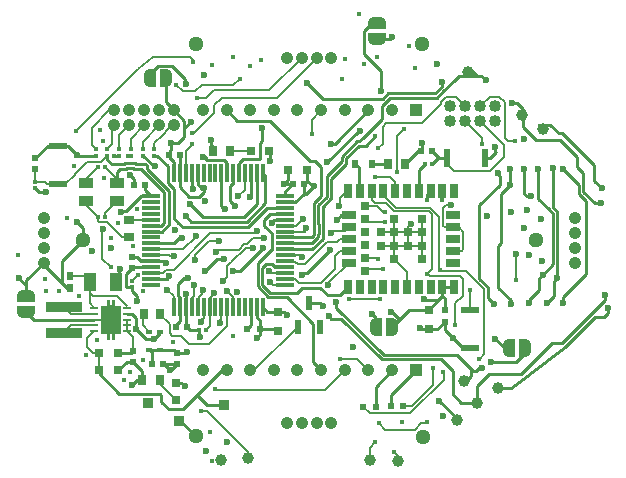
<source format=gtl>
%TF.GenerationSoftware,KiCad,Pcbnew,9.0.5*%
%TF.CreationDate,2025-12-11T12:43:00+01:00*%
%TF.ProjectId,MemShield,4d656d53-6869-4656-9c64-2e6b69636164,rev?*%
%TF.SameCoordinates,Original*%
%TF.FileFunction,Copper,L1,Top*%
%TF.FilePolarity,Positive*%
%FSLAX46Y46*%
G04 Gerber Fmt 4.6, Leading zero omitted, Abs format (unit mm)*
G04 Created by KiCad (PCBNEW 9.0.5) date 2025-12-11 12:43:00*
%MOMM*%
%LPD*%
G01*
G04 APERTURE LIST*
G04 Aperture macros list*
%AMRoundRect*
0 Rectangle with rounded corners*
0 $1 Rounding radius*
0 $2 $3 $4 $5 $6 $7 $8 $9 X,Y pos of 4 corners*
0 Add a 4 corners polygon primitive as box body*
4,1,4,$2,$3,$4,$5,$6,$7,$8,$9,$2,$3,0*
0 Add four circle primitives for the rounded corners*
1,1,$1+$1,$2,$3*
1,1,$1+$1,$4,$5*
1,1,$1+$1,$6,$7*
1,1,$1+$1,$8,$9*
0 Add four rect primitives between the rounded corners*
20,1,$1+$1,$2,$3,$4,$5,0*
20,1,$1+$1,$4,$5,$6,$7,0*
20,1,$1+$1,$6,$7,$8,$9,0*
20,1,$1+$1,$8,$9,$2,$3,0*%
%AMFreePoly0*
4,1,23,0.500000,-0.750000,0.000000,-0.750000,0.000000,-0.745722,-0.065263,-0.745722,-0.191342,-0.711940,-0.304381,-0.646677,-0.396677,-0.554381,-0.461940,-0.441342,-0.495722,-0.315263,-0.495722,-0.250000,-0.500000,-0.250000,-0.500000,0.250000,-0.495722,0.250000,-0.495722,0.315263,-0.461940,0.441342,-0.396677,0.554381,-0.304381,0.646677,-0.191342,0.711940,-0.065263,0.745722,0.000000,0.745722,
0.000000,0.750000,0.500000,0.750000,0.500000,-0.750000,0.500000,-0.750000,$1*%
%AMFreePoly1*
4,1,23,0.000000,0.745722,0.065263,0.745722,0.191342,0.711940,0.304381,0.646677,0.396677,0.554381,0.461940,0.441342,0.495722,0.315263,0.495722,0.250000,0.500000,0.250000,0.500000,-0.250000,0.495722,-0.250000,0.495722,-0.315263,0.461940,-0.441342,0.396677,-0.554381,0.304381,-0.646677,0.191342,-0.711940,0.065263,-0.745722,0.000000,-0.745722,0.000000,-0.750000,-0.500000,-0.750000,
-0.500000,0.750000,0.000000,0.750000,0.000000,0.745722,0.000000,0.745722,$1*%
%AMFreePoly2*
4,1,21,-0.125000,1.200000,0.125000,1.200000,0.125000,1.700000,0.375000,1.700000,0.375000,1.200000,0.825000,1.200000,0.825000,-1.200000,0.375000,-1.200000,0.375000,-1.700000,0.125000,-1.700000,0.125000,-1.200000,-0.125000,-1.200000,-0.125000,-1.700000,-0.375000,-1.700000,-0.375000,-1.200000,-0.825000,-1.200000,-0.825000,1.200000,-0.375000,1.200000,-0.375000,1.700000,-0.125000,1.700000,
-0.125000,1.200000,-0.125000,1.200000,$1*%
%AMFreePoly3*
4,1,33,0.181428,0.598088,0.294623,0.551201,0.396496,0.483132,0.483132,0.396496,0.551201,0.294623,0.598088,0.181428,0.621990,0.061261,0.621990,-0.061261,0.598088,-0.181428,0.551201,-0.294623,0.483132,-0.396496,0.396496,-0.483132,0.294623,-0.551201,0.181428,-0.598088,0.061261,-0.621990,-0.061261,-0.621990,-0.181428,-0.598088,-0.294623,-0.551201,-0.396496,-0.483132,-0.483132,-0.396496,
-0.551201,-0.294623,-0.598088,-0.181428,-0.621990,-0.061261,-0.621990,0.061261,-0.598088,0.181428,-0.551201,0.294623,-0.483132,0.396496,-0.396496,0.483132,-0.294623,0.551201,-0.181428,0.598088,-0.061261,0.621990,0.061261,0.621990,0.181428,0.598088,0.181428,0.598088,$1*%
G04 Aperture macros list end*
%TA.AperFunction,ComponentPad*%
%ADD10R,0.850000X0.850000*%
%TD*%
%TA.AperFunction,ComponentPad*%
%ADD11C,1.066800*%
%TD*%
%TA.AperFunction,SMDPad,CuDef*%
%ADD12R,0.430000X0.329999*%
%TD*%
%TA.AperFunction,SMDPad,CuDef*%
%ADD13R,0.800000X0.800000*%
%TD*%
%TA.AperFunction,SMDPad,CuDef*%
%ADD14R,0.558800X0.504800*%
%TD*%
%TA.AperFunction,SMDPad,CuDef*%
%ADD15R,0.650000X0.900000*%
%TD*%
%TA.AperFunction,SMDPad,CuDef*%
%ADD16R,0.558800X1.295400*%
%TD*%
%TA.AperFunction,SMDPad,CuDef*%
%ADD17R,0.600000X0.500000*%
%TD*%
%TA.AperFunction,SMDPad,CuDef*%
%ADD18R,0.504800X0.558800*%
%TD*%
%TA.AperFunction,SMDPad,CuDef*%
%ADD19C,1.000000*%
%TD*%
%TA.AperFunction,SMDPad,CuDef*%
%ADD20R,3.098800X0.889000*%
%TD*%
%TA.AperFunction,SMDPad,CuDef*%
%ADD21R,0.650000X0.800000*%
%TD*%
%TA.AperFunction,SMDPad,CuDef*%
%ADD22R,0.380000X0.400000*%
%TD*%
%TA.AperFunction,SMDPad,CuDef*%
%ADD23R,0.800000X0.650000*%
%TD*%
%TA.AperFunction,SMDPad,CuDef*%
%ADD24FreePoly0,0.000000*%
%TD*%
%TA.AperFunction,SMDPad,CuDef*%
%ADD25FreePoly1,0.000000*%
%TD*%
%TA.AperFunction,SMDPad,CuDef*%
%ADD26R,0.400000X0.380000*%
%TD*%
%TA.AperFunction,SMDPad,CuDef*%
%ADD27R,0.558800X0.711200*%
%TD*%
%TA.AperFunction,SMDPad,CuDef*%
%ADD28R,0.939800X0.708000*%
%TD*%
%TA.AperFunction,SMDPad,CuDef*%
%ADD29R,0.600000X0.800000*%
%TD*%
%TA.AperFunction,SMDPad,CuDef*%
%ADD30FreePoly0,180.000000*%
%TD*%
%TA.AperFunction,SMDPad,CuDef*%
%ADD31FreePoly1,180.000000*%
%TD*%
%TA.AperFunction,SMDPad,CuDef*%
%ADD32R,0.475000X0.500000*%
%TD*%
%TA.AperFunction,SMDPad,CuDef*%
%ADD33R,0.749999X0.799998*%
%TD*%
%TA.AperFunction,SMDPad,CuDef*%
%ADD34R,0.550000X1.500000*%
%TD*%
%TA.AperFunction,ComponentPad*%
%ADD35C,1.050000*%
%TD*%
%TA.AperFunction,SMDPad,CuDef*%
%ADD36FreePoly0,270.000000*%
%TD*%
%TA.AperFunction,SMDPad,CuDef*%
%ADD37FreePoly1,270.000000*%
%TD*%
%TA.AperFunction,ComponentPad*%
%ADD38C,1.016000*%
%TD*%
%TA.AperFunction,SMDPad,CuDef*%
%ADD39FreePoly0,90.000000*%
%TD*%
%TA.AperFunction,SMDPad,CuDef*%
%ADD40FreePoly1,90.000000*%
%TD*%
%TA.AperFunction,SMDPad,CuDef*%
%ADD41R,1.500000X0.550000*%
%TD*%
%TA.AperFunction,SMDPad,CuDef*%
%ADD42R,0.701040X1.150620*%
%TD*%
%TA.AperFunction,SMDPad,CuDef*%
%ADD43R,1.150620X0.701040*%
%TD*%
%TA.AperFunction,SMDPad,CuDef*%
%ADD44R,0.701040X0.701040*%
%TD*%
%TA.AperFunction,SMDPad,CuDef*%
%ADD45RoundRect,0.075000X-0.700000X-0.075000X0.700000X-0.075000X0.700000X0.075000X-0.700000X0.075000X0*%
%TD*%
%TA.AperFunction,SMDPad,CuDef*%
%ADD46RoundRect,0.075000X-0.075000X-0.700000X0.075000X-0.700000X0.075000X0.700000X-0.075000X0.700000X0*%
%TD*%
%TA.AperFunction,SMDPad,CuDef*%
%ADD47R,0.708000X0.939800*%
%TD*%
%TA.AperFunction,SMDPad,CuDef*%
%ADD48RoundRect,0.060000X-0.240000X-0.060000X0.240000X-0.060000X0.240000X0.060000X-0.240000X0.060000X0*%
%TD*%
%TA.AperFunction,ComponentPad*%
%ADD49C,0.500000*%
%TD*%
%TA.AperFunction,SMDPad,CuDef*%
%ADD50FreePoly2,0.000000*%
%TD*%
%TA.AperFunction,SMDPad,CuDef*%
%ADD51R,1.290599X0.839000*%
%TD*%
%TA.AperFunction,SMDPad,CuDef*%
%ADD52R,0.508000X0.304800*%
%TD*%
%TA.AperFunction,SMDPad,CuDef*%
%ADD53R,0.990600X1.498600*%
%TD*%
%TA.AperFunction,ComponentPad*%
%ADD54FreePoly3,270.000000*%
%TD*%
%TA.AperFunction,ComponentPad*%
%ADD55R,1.050000X1.050000*%
%TD*%
%TA.AperFunction,ComponentPad*%
%ADD56FreePoly3,30.000000*%
%TD*%
%TA.AperFunction,ComponentPad*%
%ADD57FreePoly3,210.000000*%
%TD*%
%TA.AperFunction,ComponentPad*%
%ADD58FreePoly3,330.000000*%
%TD*%
%TA.AperFunction,ComponentPad*%
%ADD59FreePoly3,90.000000*%
%TD*%
%TA.AperFunction,ComponentPad*%
%ADD60FreePoly3,150.000000*%
%TD*%
%TA.AperFunction,ViaPad*%
%ADD61C,0.600000*%
%TD*%
%TA.AperFunction,ViaPad*%
%ADD62C,0.450000*%
%TD*%
%TA.AperFunction,Conductor*%
%ADD63C,0.254000*%
%TD*%
%TA.AperFunction,Conductor*%
%ADD64C,0.250000*%
%TD*%
%TA.AperFunction,Conductor*%
%ADD65C,0.160000*%
%TD*%
%TA.AperFunction,Conductor*%
%ADD66C,0.150000*%
%TD*%
%TA.AperFunction,Conductor*%
%ADD67C,0.200000*%
%TD*%
G04 APERTURE END LIST*
D10*
%TO.P,GND,1,Pin_1*%
%TO.N,GND*%
X134440100Y-122266820D03*
%TD*%
D11*
%TO.P,J12,1,1*%
%TO.N,VMIC*%
X143615100Y-122493820D03*
%TO.P,J12,2,2*%
%TO.N,Net-(J12-Pad2)*%
X144865100Y-122493820D03*
%TO.P,J12,3,3*%
%TO.N,/microphones/CK_EXT*%
X146115100Y-122493820D03*
%TO.P,J12,4,4*%
%TO.N,GND*%
X147365100Y-122493820D03*
%TD*%
D10*
%TO.P,VBAT,1,Pin_1*%
%TO.N,VBat*%
X138270100Y-120966820D03*
%TD*%
%TO.P,3V3,1,Pin_1*%
%TO.N,3V3*%
X131840100Y-120806820D03*
%TD*%
D12*
%TO.P,C4,1*%
%TO.N,/Core/RCC_OSC_OUT*%
X128184400Y-100816720D03*
%TO.P,C4,2*%
%TO.N,Net-(C4-Pad2)*%
X127584400Y-100816720D03*
%TD*%
D13*
%TO.P,D9,1*%
%TO.N,Net-(D9-Pad1)*%
X140590100Y-99416820D03*
%TO.P,D9,2*%
%TO.N,/Core/FAULT_LED*%
X142090100Y-99416820D03*
%TD*%
D14*
%TO.P,C34,1*%
%TO.N,VNINA*%
X156990100Y-112948520D03*
%TO.P,C34,2*%
%TO.N,GND*%
X156990100Y-113885120D03*
%TD*%
D15*
%TO.P,R7,1*%
%TO.N,GND*%
X137365100Y-99416820D03*
%TO.P,R7,2*%
%TO.N,Net-(D9-Pad1)*%
X138815100Y-99416820D03*
%TD*%
D16*
%TO.P,U4,1,IO*%
%TO.N,/connectors/CF_NRF51_OW*%
X144511599Y-114345520D03*
%TO.P,U4,2,NC*%
%TO.N,unconnected-(U4-NC-Pad2)*%
X146411601Y-114345520D03*
%TO.P,U4,3,GND*%
%TO.N,GND*%
X145461600Y-112288120D03*
%TD*%
D17*
%TO.P,C7,1*%
%TO.N,GND*%
X141340100Y-114516820D03*
%TO.P,C7,2*%
%TO.N,Net-(U3-VCAP)*%
X140240100Y-114516820D03*
%TD*%
D18*
%TO.P,C6,1*%
%TO.N,VCORE*%
X133621800Y-99816820D03*
%TO.P,C6,2*%
%TO.N,GND*%
X134558400Y-99816820D03*
%TD*%
D19*
%TO.P,SW1,1,1*%
%TO.N,/Core/SDMMC1.SW*%
X157960100Y-122196820D03*
%TD*%
D20*
%TO.P,L1,1,1*%
%TO.N,Net-(U2-L1)*%
X124690100Y-114821720D03*
%TO.P,L1,2,2*%
%TO.N,Net-(U2-L2)*%
X124690100Y-112611920D03*
%TD*%
D21*
%TO.P,C13,1*%
%TO.N,GND*%
X145315100Y-101016820D03*
%TO.P,C13,2*%
%TO.N,VCORE*%
X143665100Y-101016820D03*
%TD*%
D22*
%TO.P,R6,1*%
%TO.N,VCORE*%
X136190100Y-114576820D03*
%TO.P,R6,2*%
%TO.N,/Core/I2C3.SCL*%
X136750100Y-114576820D03*
%TD*%
D23*
%TO.P,C35,1*%
%TO.N,GND*%
X155590100Y-114541820D03*
%TO.P,C35,2*%
%TO.N,VNINA*%
X155590100Y-112891820D03*
%TD*%
%TO.P,C9,1*%
%TO.N,GND*%
X142840100Y-114698520D03*
%TO.P,C9,2*%
%TO.N,VCORE*%
X142840100Y-113048520D03*
%TD*%
D24*
%TO.P,J21,1*%
%TO.N,3V3*%
X132020100Y-93306820D03*
D25*
%TO.P,J21,2*%
%TO.N,VCORE*%
X133320100Y-93306820D03*
%TD*%
D11*
%TO.P,J11,1,1*%
%TO.N,VMIC*%
X167967100Y-108891820D03*
%TO.P,J11,2,2*%
%TO.N,Net-(J10-Pad2)*%
X167967100Y-107641820D03*
%TO.P,J11,3,3*%
%TO.N,/microphones/CK_EXT*%
X167967100Y-106391820D03*
%TO.P,J11,4,4*%
%TO.N,GND*%
X167967100Y-105141820D03*
%TD*%
%TO.P,J13,1,1*%
%TO.N,VMIC*%
X147365100Y-91539820D03*
%TO.P,J13,2,2*%
%TO.N,Net-(J12-Pad2)*%
X146115100Y-91539820D03*
%TO.P,J13,3,3*%
%TO.N,/microphones/CK_EXT*%
X144865100Y-91539820D03*
%TO.P,J13,4,4*%
%TO.N,GND*%
X143615100Y-91539820D03*
%TD*%
D26*
%TO.P,R23,1*%
%TO.N,Net-(P3-Pad2)*%
X132380100Y-99276820D03*
%TO.P,R23,2*%
%TO.N,/Core/JTAG.TMS*%
X132380100Y-99836820D03*
%TD*%
D27*
%TO.P,C14,1*%
%TO.N,GND*%
X125190100Y-111037520D03*
%TO.P,C14,2*%
%TO.N,Net-(U2-FB)*%
X125190100Y-109996120D03*
%TD*%
D14*
%TO.P,C1,1*%
%TO.N,VCORE*%
X134290100Y-116548520D03*
%TO.P,C1,2*%
%TO.N,GND*%
X134290100Y-117485120D03*
%TD*%
D28*
%TO.P,R2,1*%
%TO.N,Net-(C12-Pad1)*%
X130240100Y-106713720D03*
%TO.P,R2,2*%
%TO.N,/Core/RCC_OSC_IN*%
X130240100Y-105319920D03*
%TD*%
D26*
%TO.P,R26,1*%
%TO.N,Net-(P3-Pad8)*%
X129380100Y-99276820D03*
%TO.P,R26,2*%
%TO.N,/Core/JTAG.TDI*%
X129380100Y-99836820D03*
%TD*%
D19*
%TO.P,PAIR3,1,1*%
%TO.N,/microphones/D3_REP*%
X150590100Y-125616820D03*
%TD*%
D26*
%TO.P,R28,1*%
%TO.N,Net-(P3-Pad9)*%
X127414400Y-99286720D03*
%TO.P,R28,2*%
%TO.N,GND*%
X127414400Y-99846720D03*
%TD*%
D18*
%TO.P,C8,1*%
%TO.N,GND*%
X134190100Y-114316820D03*
%TO.P,C8,2*%
%TO.N,VCORE*%
X135126700Y-114316820D03*
%TD*%
D29*
%TO.P,D10,1*%
%TO.N,/nina/NINA_LED*%
X149390100Y-100516820D03*
%TO.P,D10,2*%
%TO.N,Net-(D10-Pad2)*%
X150790100Y-100516820D03*
%TD*%
D30*
%TO.P,J20,1*%
%TO.N,3V3*%
X163730100Y-116146820D03*
D31*
%TO.P,J20,2*%
%TO.N,VSD*%
X162430100Y-116146820D03*
%TD*%
D32*
%TO.P,R21,1*%
%TO.N,/connectors/NINA_UART.TX*%
X150078100Y-121116820D03*
%TO.P,R21,2*%
%TO.N,Net-(P2-RX2)*%
X151102100Y-121116820D03*
%TD*%
D33*
%TO.P,R1,1*%
%TO.N,Net-(U2-EN)*%
X129265099Y-116516820D03*
%TO.P,R1,2*%
%TO.N,VBat*%
X127715101Y-116516820D03*
%TD*%
D13*
%TO.P,D8,1*%
%TO.N,Net-(D8-Pad1)*%
X134190100Y-120566820D03*
%TO.P,D8,2*%
%TO.N,3V3*%
X134190100Y-119066820D03*
%TD*%
D19*
%TO.P,SDMC0,1,1*%
%TO.N,/Core/SDMMC1.D0*%
X165240100Y-97566820D03*
%TD*%
D34*
%TO.P,S3,1*%
%TO.N,/nina/NINA_RST*%
X157140100Y-100016820D03*
%TO.P,S3,2*%
%TO.N,GND*%
X160390100Y-100016820D03*
%TD*%
D35*
%TO.P,P3,1*%
%TO.N,VCORE*%
X134030100Y-96016820D03*
%TO.P,P3,2*%
%TO.N,Net-(P3-Pad2)*%
X134030100Y-97286820D03*
%TO.P,P3,3*%
%TO.N,GND*%
X132760100Y-96016820D03*
%TO.P,P3,4*%
%TO.N,Net-(P3-Pad4)*%
X132760100Y-97286820D03*
%TO.P,P3,5*%
%TO.N,GND*%
X131490100Y-96016820D03*
%TO.P,P3,6*%
%TO.N,Net-(P3-Pad6)*%
X131490100Y-97286820D03*
%TO.P,P3,7*%
%TO.N,GND*%
X130220100Y-96016820D03*
%TO.P,P3,8*%
%TO.N,Net-(P3-Pad8)*%
X130220100Y-97286820D03*
%TO.P,P3,9*%
%TO.N,Net-(P3-Pad9)*%
X128950100Y-96016820D03*
%TO.P,P3,10*%
%TO.N,Net-(P3-Pad10)*%
X128950100Y-97286820D03*
%TD*%
D19*
%TO.P,SDMC3,1,1*%
%TO.N,/Core/SDMMC1.D2*%
X158610100Y-118926820D03*
%TD*%
D26*
%TO.P,R5,1*%
%TO.N,VCORE*%
X130490100Y-110976820D03*
%TO.P,R5,2*%
%TO.N,/Core/I2C3.SDA*%
X130490100Y-110416820D03*
%TD*%
D36*
%TO.P,J19,1*%
%TO.N,3V3*%
X151190100Y-88646820D03*
D37*
%TO.P,J19,2*%
%TO.N,VMIC*%
X151190100Y-89946820D03*
%TD*%
D30*
%TO.P,J18,1*%
%TO.N,VNINA*%
X152450100Y-114386820D03*
D31*
%TO.P,J18,2*%
%TO.N,3V3*%
X151150100Y-114386820D03*
%TD*%
D19*
%TO.P,CMD1,1,1*%
%TO.N,/Core/SDMMC1.CMD*%
X161430100Y-119486820D03*
%TD*%
D32*
%TO.P,R20,1*%
%TO.N,/connectors/NINA_UART.RX*%
X153402100Y-121016820D03*
%TO.P,R20,2*%
%TO.N,Net-(P2-TX2)*%
X152378100Y-121016820D03*
%TD*%
D19*
%TO.P,SDMC1,1,1*%
%TO.N,/Core/SDMMC1.D1*%
X158930100Y-92786820D03*
%TD*%
%TO.P,SDMC2,1,1*%
%TO.N,/Core/SDMMC1.D3*%
X159710100Y-120746820D03*
%TD*%
D38*
%TO.P,P5,1,1*%
%TO.N,VNINA*%
X161230100Y-96916820D03*
%TO.P,P5,2,2*%
%TO.N,/nina/NINA_JTAG_TMS*%
X161230100Y-95646820D03*
%TO.P,P5,3,3*%
%TO.N,/nina/NINA_RST*%
X159960100Y-96916820D03*
%TO.P,P5,4,4*%
%TO.N,/nina/NINA_JTAG_TCK*%
X159960100Y-95646820D03*
%TO.P,P5,5,5*%
%TO.N,/nina/NINA_JTAG_TDI*%
X158690100Y-96916820D03*
%TO.P,P5,6,6*%
%TO.N,/nina/NINA_JTAG_TDO*%
X158690100Y-95646820D03*
%TO.P,P5,7,7*%
%TO.N,GND*%
X157420100Y-96916820D03*
%TO.P,P5,8,8*%
%TO.N,unconnected-(P5-Pad8)*%
X157420100Y-95646820D03*
%TD*%
D39*
%TO.P,J14,1*%
%TO.N,PGND*%
X121530100Y-113056820D03*
D40*
%TO.P,J14,2*%
%TO.N,GND*%
X121530100Y-111756820D03*
%TD*%
D18*
%TO.P,C16,1*%
%TO.N,VCORE*%
X132153500Y-117516820D03*
%TO.P,C16,2*%
%TO.N,GND*%
X133090100Y-117516820D03*
%TD*%
D41*
%TO.P,S2,1*%
%TO.N,/nina/BTN_BOOT*%
X159090100Y-112916820D03*
%TO.P,S2,2*%
%TO.N,GND*%
X159090100Y-116166820D03*
%TD*%
D26*
%TO.P,R22,1*%
%TO.N,/Core/JTAG.NRST*%
X122290100Y-102036820D03*
%TO.P,R22,2*%
%TO.N,VCORE*%
X122290100Y-102596820D03*
%TD*%
D15*
%TO.P,R29,1*%
%TO.N,GND*%
X153615100Y-100516820D03*
%TO.P,R29,2*%
%TO.N,Net-(D10-Pad2)*%
X152165100Y-100516820D03*
%TD*%
D19*
%TO.P,PAIR1,1,1*%
%TO.N,/microphones/D1_REP*%
X138020100Y-125616820D03*
%TD*%
D14*
%TO.P,C22,1*%
%TO.N,/Core/JTAG.NRST*%
X122290100Y-100985120D03*
%TO.P,C22,2*%
%TO.N,GND*%
X122290100Y-100048520D03*
%TD*%
D42*
%TO.P,MD1,1,GPIO_1/SPI_V_MOSI*%
%TO.N,/Core/SPI2.MOSI*%
X148760720Y-110954890D03*
%TO.P,MD1,2,GPI_2/ADC_2*%
%TO.N,unconnected-(MD1-GPI_2{slash}ADC_2-Pad2)*%
X149761480Y-110954890D03*
%TO.P,MD1,3,GPI_3/ADC_3*%
%TO.N,unconnected-(MD1-GPI_3{slash}ADC_3-Pad3)*%
X150762240Y-110954890D03*
%TO.P,MD1,4,GPI_4/ADC_4*%
%TO.N,unconnected-(MD1-GPI_4{slash}ADC_4-Pad4)*%
X151763000Y-110954890D03*
%TO.P,MD1,5,GPIO_5*%
%TO.N,unconnected-(MD1-GPIO_5-Pad5)*%
X152763760Y-110954890D03*
%TO.P,MD1,6,GND*%
%TO.N,GND*%
X153764520Y-110954890D03*
%TO.P,MD1,7,GPIO_7/LPO_IN*%
%TO.N,unconnected-(MD1-GPIO_7{slash}LPO_IN-Pad7)*%
X154765280Y-110954890D03*
%TO.P,MD1,8,GPIO_8/RMII_TXEN/SPI_V_HD*%
%TO.N,unconnected-(MD1-GPIO_8{slash}RMII_TXEN{slash}SPI_V_HD-Pad8)*%
X155766040Y-110954890D03*
%TO.P,MD1,9,VCC_IO*%
%TO.N,VNINA*%
X156766800Y-110954890D03*
%TO.P,MD1,10,VCC*%
X157767560Y-110954890D03*
D43*
%TO.P,MD1,11,RSVD*%
%TO.N,unconnected-(MD1-RSVD-Pad11)*%
X157685010Y-108892410D03*
%TO.P,MD1,12,GND*%
%TO.N,GND*%
X157685010Y-107891650D03*
%TO.P,MD1,13,ANT*%
%TO.N,unconnected-(MD1-ANT-Pad13)*%
X157685010Y-106890890D03*
%TO.P,MD1,14,GND*%
%TO.N,GND*%
X157685010Y-105890130D03*
%TO.P,MD1,15,RSVD*%
%TO.N,unconnected-(MD1-RSVD-Pad15)*%
X157685010Y-104889370D03*
D42*
%TO.P,MD1,16,GPIO_16/RMII_RXD0/DAC_16*%
%TO.N,unconnected-(MD1-GPIO_16{slash}RMII_RXD0{slash}DAC_16-Pad16)*%
X157767560Y-102826890D03*
%TO.P,MD1,17,GPIO_17/RMII_RXD1/DAC_17*%
%TO.N,/Core/NINA.IO1*%
X156766800Y-102826890D03*
%TO.P,MD1,18,GPIO_18/RMII_CRSDV*%
%TO.N,/Core/NINA.STM_NRST*%
X155766040Y-102826890D03*
%TO.P,MD1,19,~{RESET}*%
%TO.N,/nina/NINA_NRST*%
X154765280Y-102826890D03*
%TO.P,MD1,20,GPIO_20/UART_RTS/RMII_TXD1/SPI_V_WP*%
%TO.N,unconnected-(MD1-GPIO_20{slash}UART_RTS{slash}RMII_TXD1{slash}SPI_V_WP-Pad20)*%
X153764520Y-102826890D03*
%TO.P,MD1,21,GPIO_21/UART_CTS/RMII_TXD0/SPI_V_MISO*%
%TO.N,/Core/SPI2.MISO*%
X152763760Y-102826890D03*
%TO.P,MD1,22,GPIO_22/UART_TXD*%
%TO.N,/connectors/NINA_UART.TX*%
X151763000Y-102826890D03*
%TO.P,MD1,23,GPIO_23/UART_RXD*%
%TO.N,/connectors/NINA_UART.RX*%
X150762240Y-102826890D03*
%TO.P,MD1,24,GPIO_24/RMII_MDIO*%
%TO.N,/nina/NINA_LED*%
X149761480Y-102826890D03*
%TO.P,MD1,25,GPIO_25/RMII_MDCLK*%
%TO.N,/Core/NINA.IO0*%
X148760720Y-102826890D03*
D43*
%TO.P,MD1,26,GND*%
%TO.N,GND*%
X148835650Y-104889370D03*
%TO.P,MD1,27,GPIO_27/RMII_CLK/SYS_BOOT*%
%TO.N,/nina/BTN_BOOT*%
X148835650Y-105890130D03*
%TO.P,MD1,28,GPIO_28/SPI_V_CS*%
%TO.N,/Core/SPI2.CS*%
X148835650Y-106890890D03*
%TO.P,MD1,29,GPIO_29/SPI_V_CLK*%
%TO.N,/Core/SPI2.SCK*%
X148835650Y-107891650D03*
%TO.P,MD1,30,GND*%
%TO.N,GND*%
X148835650Y-108892410D03*
D44*
%TO.P,MD1,31,GPIO_31/JTAG_TMS*%
%TO.N,/nina/NINA_JTAG_TMS*%
X150211060Y-109640440D03*
%TO.P,MD1,32,GPIO_32/JTAG_TDO*%
%TO.N,/nina/NINA_JTAG_TDO*%
X150211060Y-108540620D03*
%TO.P,MD1,33,RSVD*%
%TO.N,unconnected-(MD1-RSVD-Pad33)*%
X150211060Y-107440800D03*
%TO.P,MD1,34,GPI_34/ADC_34*%
%TO.N,unconnected-(MD1-GPI_34{slash}ADC_34-Pad34)*%
X150211060Y-106340980D03*
%TO.P,MD1,35,GPIO_35/JTAG_CLK*%
%TO.N,/nina/NINA_JTAG_TCK*%
X150211060Y-105241160D03*
%TO.P,MD1,36,GPIO_36/JTAG_TDI*%
%TO.N,/nina/NINA_JTAG_TDI*%
X150211060Y-104141340D03*
%TO.P,MD1,37,GND*%
%TO.N,GND*%
X151539480Y-107466200D03*
%TO.P,MD1,38,GND*%
X151539480Y-106315580D03*
%TO.P,MD1,39,GND*%
X152690100Y-108616820D03*
%TO.P,MD1,40,GND*%
X152690100Y-107466200D03*
%TO.P,MD1,41,GND*%
X152690100Y-106315580D03*
%TO.P,MD1,42,GND*%
X152690100Y-105164960D03*
%TO.P,MD1,43,GND*%
X153840720Y-107466200D03*
%TO.P,MD1,44,GND*%
X153840720Y-106315580D03*
%TO.P,MD1,45,GND*%
X154991340Y-108616820D03*
%TO.P,MD1,46,GND*%
X154991340Y-107466200D03*
%TO.P,MD1,47,GND*%
X154991340Y-106315580D03*
%TO.P,MD1,48,GND*%
X154991340Y-105164960D03*
%TD*%
D26*
%TO.P,R27,1*%
%TO.N,Net-(P3-Pad10)*%
X128380100Y-99276820D03*
%TO.P,R27,2*%
%TO.N,/Core/JTAG.NRST*%
X128380100Y-99836820D03*
%TD*%
D12*
%TO.P,C12,1*%
%TO.N,Net-(C12-Pad1)*%
X127584400Y-105016820D03*
%TO.P,C12,2*%
%TO.N,Net-(C12-Pad2)*%
X128184400Y-105016820D03*
%TD*%
D18*
%TO.P,C10,1*%
%TO.N,GND*%
X130643500Y-102366820D03*
%TO.P,C10,2*%
%TO.N,VCORE*%
X131580100Y-102366820D03*
%TD*%
D15*
%TO.P,R4,1*%
%TO.N,GND*%
X131365100Y-118816820D03*
%TO.P,R4,2*%
%TO.N,Net-(D8-Pad1)*%
X132815100Y-118816820D03*
%TD*%
D45*
%TO.P,U3,1,VBAT*%
%TO.N,VCORE*%
X132115100Y-103266820D03*
%TO.P,U3,2,PC13*%
%TO.N,unconnected-(U3-PC13-Pad2)*%
X132115100Y-103766820D03*
%TO.P,U3,3,PC14*%
%TO.N,unconnected-(U3-PC14-Pad3)*%
X132115100Y-104266820D03*
%TO.P,U3,4,PC15*%
%TO.N,unconnected-(U3-PC15-Pad4)*%
X132115100Y-104766820D03*
%TO.P,U3,5,PH0*%
%TO.N,/Core/RCC_OSC_IN*%
X132115100Y-105266820D03*
%TO.P,U3,6,PH1*%
%TO.N,/Core/RCC_OSC_OUT*%
X132115100Y-105766820D03*
%TO.P,U3,7,NRST*%
%TO.N,/Core/JTAG.NRST*%
X132115100Y-106266820D03*
%TO.P,U3,8,PC0*%
%TO.N,unconnected-(U3-PC0-Pad8)*%
X132115100Y-106766820D03*
%TO.P,U3,9,PC1*%
%TO.N,/Core/I2C3.SDA*%
X132115100Y-107266820D03*
%TO.P,U3,10,PC2*%
%TO.N,/Core/SPI2.MISO*%
X132115100Y-107766820D03*
%TO.P,U3,11,PC3*%
%TO.N,/Core/SAI1.D1*%
X132115100Y-108266820D03*
%TO.P,U3,12,VSSA*%
%TO.N,GND*%
X132115100Y-108766820D03*
%TO.P,U3,13,VDDA*%
%TO.N,VCORE*%
X132115100Y-109266820D03*
%TO.P,U3,14,PA0*%
%TO.N,/Core/UART4.TX*%
X132115100Y-109766820D03*
%TO.P,U3,15,PA1*%
%TO.N,/Core/UART4.RX*%
X132115100Y-110266820D03*
%TO.P,U3,16,PA2*%
%TO.N,unconnected-(U3-PA2-Pad16)*%
X132115100Y-110766820D03*
D46*
%TO.P,U3,17,PA3*%
%TO.N,/Core/SAI1.CK1*%
X134040100Y-112691820D03*
%TO.P,U3,18,VSS*%
%TO.N,GND*%
X134540100Y-112691820D03*
%TO.P,U3,19,VDD*%
%TO.N,VCORE*%
X135040100Y-112691820D03*
%TO.P,U3,20,PA4*%
%TO.N,/Core/CF.GPIO1*%
X135540100Y-112691820D03*
%TO.P,U3,21,PA5*%
%TO.N,/Core/SPI1.SCK*%
X136040100Y-112691820D03*
%TO.P,U3,22,PA6*%
%TO.N,/Core/SPI1.MISO*%
X136540100Y-112691820D03*
%TO.P,U3,23,PA7*%
%TO.N,/Core/I2C3.SCL*%
X137040100Y-112691820D03*
%TO.P,U3,24,PC4*%
%TO.N,unconnected-(U3-PC4-Pad24)*%
X137540100Y-112691820D03*
%TO.P,U3,25,PC5*%
%TO.N,/Core/SAI1.D3*%
X138040100Y-112691820D03*
%TO.P,U3,26,PB0*%
%TO.N,/Core/AUDIOCLK_SIG*%
X138540100Y-112691820D03*
%TO.P,U3,27,PB1*%
%TO.N,/Core/MDF1.SDI0*%
X139040100Y-112691820D03*
%TO.P,U3,28,PB2*%
%TO.N,unconnected-(U3-PB2-Pad28)*%
X139540100Y-112691820D03*
%TO.P,U3,29,PB10*%
%TO.N,unconnected-(U3-PB10-Pad29)*%
X140040100Y-112691820D03*
%TO.P,U3,30,VCAP*%
%TO.N,Net-(U3-VCAP)*%
X140540100Y-112691820D03*
%TO.P,U3,31,VSS*%
%TO.N,GND*%
X141040100Y-112691820D03*
%TO.P,U3,32,VDD*%
%TO.N,VCORE*%
X141540100Y-112691820D03*
D45*
%TO.P,U3,33,PB12*%
%TO.N,/Core/MDF1.SDI1*%
X143465100Y-110766820D03*
%TO.P,U3,34,PB13*%
%TO.N,/Core/SPI2.SCK*%
X143465100Y-110266820D03*
%TO.P,U3,35,PB14*%
%TO.N,/Core/MDF1.SDI2*%
X143465100Y-109766820D03*
%TO.P,U3,36,PB15*%
%TO.N,/Core/SPI2.MOSI*%
X143465100Y-109266820D03*
%TO.P,U3,37,PC6*%
%TO.N,/Core/SPI2.CS*%
X143465100Y-108766820D03*
%TO.P,U3,38,PC7*%
%TO.N,/Core/NINA.IO1*%
X143465100Y-108266820D03*
%TO.P,U3,39,PC8*%
%TO.N,/Core/SDMMC1.D0*%
X143465100Y-107766820D03*
%TO.P,U3,40,PC9*%
%TO.N,/Core/SDMMC1.D1*%
X143465100Y-107266820D03*
%TO.P,U3,41,PA8*%
%TO.N,/Core/CF.GPIO4*%
X143465100Y-106766820D03*
%TO.P,U3,42,PA9*%
%TO.N,/Core/NINA.STM_NRST*%
X143465100Y-106266820D03*
%TO.P,U3,43,PA10*%
%TO.N,/Core/NINA.IO0*%
X143465100Y-105766820D03*
%TO.P,U3,44,PA11*%
%TO.N,/Core/FAULT_LED*%
X143465100Y-105266820D03*
%TO.P,U3,45,PA12*%
%TO.N,/Core/SPI1.MOSI*%
X143465100Y-104766820D03*
%TO.P,U3,46,PA13*%
%TO.N,/Core/JTAG.TMS*%
X143465100Y-104266820D03*
%TO.P,U3,47,VSS*%
%TO.N,GND*%
X143465100Y-103766820D03*
%TO.P,U3,48,VDDUSB*%
%TO.N,VCORE*%
X143465100Y-103266820D03*
D46*
%TO.P,U3,49,PA14*%
%TO.N,/Core/JTAG.TCK*%
X141540100Y-101341820D03*
%TO.P,U3,50,PA15*%
%TO.N,/Core/JTAG.TDI*%
X141040100Y-101341820D03*
%TO.P,U3,51,PC10*%
%TO.N,/Core/SDMMC1.D2*%
X140540100Y-101341820D03*
%TO.P,U3,52,PC11*%
%TO.N,/Core/SDMMC1.D3*%
X140040100Y-101341820D03*
%TO.P,U3,53,PC12*%
%TO.N,/Core/SDMMC1.CK*%
X139540100Y-101341820D03*
%TO.P,U3,54,PD2*%
%TO.N,/Core/SDMMC1.CMD*%
X139040100Y-101341820D03*
%TO.P,U3,55,PB3*%
%TO.N,/Core/JTAG.TDO*%
X138540100Y-101341820D03*
%TO.P,U3,56,PB4*%
%TO.N,/Core/SDMMC1.SW*%
X138040100Y-101341820D03*
%TO.P,U3,57,PB5*%
%TO.N,unconnected-(U3-PB5-Pad57)*%
X137540100Y-101341820D03*
%TO.P,U3,58,PB6*%
%TO.N,unconnected-(U3-PB6-Pad58)*%
X137040100Y-101341820D03*
%TO.P,U3,59,PB7*%
%TO.N,unconnected-(U3-PB7-Pad59)*%
X136540100Y-101341820D03*
%TO.P,U3,60,PH3*%
%TO.N,GND*%
X136040100Y-101341820D03*
%TO.P,U3,61,PB8*%
%TO.N,/Core/MDF1.CCK0*%
X135540100Y-101341820D03*
%TO.P,U3,62,PB9*%
%TO.N,/Core/SAI1.D2*%
X135040100Y-101341820D03*
%TO.P,U3,63,VSS*%
%TO.N,GND*%
X134540100Y-101341820D03*
%TO.P,U3,64,VDD*%
%TO.N,VCORE*%
X134040100Y-101341820D03*
%TD*%
D47*
%TO.P,R3,1*%
%TO.N,Net-(U1-OUTPUT)*%
X131473200Y-113236820D03*
%TO.P,R3,2*%
%TO.N,/Core/AUDIOCLK_SIG*%
X132867000Y-113236820D03*
%TD*%
D48*
%TO.P,U2,1,VOUT*%
%TO.N,Net-(U2-FB)*%
X127290100Y-112716820D03*
%TO.P,U2,2,L2*%
%TO.N,Net-(U2-L2)*%
X127290100Y-113216820D03*
%TO.P,U2,3,PGND*%
%TO.N,PGND*%
X127290100Y-113716820D03*
%TO.P,U2,4,L1*%
%TO.N,Net-(U2-L1)*%
X127290100Y-114216820D03*
%TO.P,U2,5,VIN*%
%TO.N,VBat*%
X127290100Y-114716820D03*
%TO.P,U2,6,EN*%
%TO.N,Net-(U2-EN)*%
X130090100Y-114716820D03*
%TO.P,U2,7,PS/SYNC*%
X130090100Y-114216820D03*
%TO.P,U2,8,VINA*%
X130090100Y-113716820D03*
%TO.P,U2,9,GND*%
%TO.N,GND*%
X130090100Y-113216820D03*
%TO.P,U2,10,FB*%
%TO.N,Net-(U2-FB)*%
X130090100Y-112716820D03*
D49*
%TO.P,U2,11,PGND*%
%TO.N,PGND*%
X128115100Y-113716820D03*
X128690100Y-112766820D03*
D50*
X128690100Y-113716820D03*
D49*
X128690100Y-114666820D03*
X129265100Y-113716820D03*
%TD*%
D19*
%TO.P,PAIR2,1,1*%
%TO.N,/microphones/D2_REP*%
X140290100Y-125416820D03*
%TD*%
D21*
%TO.P,C2,1*%
%TO.N,GND*%
X129315100Y-118016820D03*
%TO.P,C2,2*%
%TO.N,VBat*%
X127665100Y-118016820D03*
%TD*%
D51*
%TO.P,X1,1,1*%
%TO.N,/Core/RCC_OSC_OUT*%
X129190100Y-102116620D03*
%TO.P,X1,2,2*%
%TO.N,Net-(C4-Pad2)*%
X126578700Y-102116620D03*
%TO.P,X1,3,3*%
%TO.N,Net-(C12-Pad1)*%
X126578700Y-103716820D03*
%TO.P,X1,4,4*%
%TO.N,Net-(C12-Pad2)*%
X129190100Y-103716820D03*
%TD*%
D52*
%TO.P,U1,1,INH*%
%TO.N,VCORE*%
X132840950Y-116266120D03*
%TO.P,U1,2,CASE_GND*%
%TO.N,GND*%
X132840950Y-114767520D03*
%TO.P,U1,3,OUTPUT*%
%TO.N,Net-(U1-OUTPUT)*%
X131939250Y-114767520D03*
%TO.P,U1,4,VCC*%
%TO.N,VCORE*%
X131939250Y-116266120D03*
%TD*%
D22*
%TO.P,R30,1*%
%TO.N,/nina/NINA_NRST*%
X155310100Y-100516820D03*
%TO.P,R30,2*%
%TO.N,/nina/NINA_RST*%
X155870100Y-100516820D03*
%TD*%
D26*
%TO.P,R25,1*%
%TO.N,Net-(P3-Pad6)*%
X130380100Y-99276820D03*
%TO.P,R25,2*%
%TO.N,/Core/JTAG.TDO*%
X130380100Y-99836820D03*
%TD*%
D14*
%TO.P,C3,1*%
%TO.N,VCORE*%
X130490100Y-109316820D03*
%TO.P,C3,2*%
%TO.N,GND*%
X130490100Y-108380220D03*
%TD*%
%TO.P,C5,1*%
%TO.N,GND*%
X130590100Y-117285120D03*
%TO.P,C5,2*%
%TO.N,Net-(U2-EN)*%
X130590100Y-116348520D03*
%TD*%
D41*
%TO.P,S1,1*%
%TO.N,/Core/JTAG.NRST*%
X124190100Y-102241820D03*
%TO.P,S1,2*%
%TO.N,GND*%
X124190100Y-98991820D03*
%TD*%
D19*
%TO.P,MCK1,1,1*%
%TO.N,/microphones/CK_IN*%
X153020100Y-125666820D03*
%TD*%
D53*
%TO.P,F1,1,1*%
%TO.N,Net-(U2-FB)*%
X126897900Y-110516820D03*
%TO.P,F1,2,2*%
%TO.N,3V3*%
X129082300Y-110516820D03*
%TD*%
D18*
%TO.P,C33,1*%
%TO.N,/nina/NINA_RST*%
X155858400Y-99416820D03*
%TO.P,C33,2*%
%TO.N,GND*%
X154921800Y-99416820D03*
%TD*%
%TO.P,C11,1*%
%TO.N,VCORE*%
X144071800Y-102266820D03*
%TO.P,C11,2*%
%TO.N,GND*%
X145008400Y-102266820D03*
%TD*%
D11*
%TO.P,J10,1,1*%
%TO.N,VMIC*%
X123013100Y-105141820D03*
%TO.P,J10,2,2*%
%TO.N,Net-(J10-Pad2)*%
X123013100Y-106391820D03*
%TO.P,J10,3,3*%
%TO.N,/microphones/CK_EXT*%
X123013100Y-107641820D03*
%TO.P,J10,4,4*%
%TO.N,GND*%
X123013100Y-108891820D03*
%TD*%
D26*
%TO.P,R24,1*%
%TO.N,Net-(P3-Pad4)*%
X131380100Y-99276820D03*
%TO.P,R24,2*%
%TO.N,/Core/JTAG.TCK*%
X131380100Y-99836820D03*
%TD*%
D19*
%TO.P,CK1,1,1*%
%TO.N,/Core/SDMMC1.CK*%
X163520100Y-96396820D03*
%TD*%
D54*
%TO.P,M3,3,GND*%
%TO.N,GND*%
X164690100Y-107016820D03*
%TD*%
D55*
%TO.P,P1,1,VCC*%
%TO.N,/connectors/CF_VCC_2*%
X154490100Y-96016820D03*
D35*
%TO.P,P1,2,RX1*%
%TO.N,/Core/UART4.RX*%
X152490100Y-96016820D03*
%TO.P,P1,3,TX1*%
%TO.N,/Core/UART4.TX*%
X150490100Y-96016820D03*
%TO.P,P1,4,SDA*%
%TO.N,/Core/I2C3.SDA*%
X148490100Y-96016820D03*
%TO.P,P1,5,SCL*%
%TO.N,/Core/I2C3.SCL*%
X146490100Y-96016820D03*
%TO.P,P1,6,IO_1*%
%TO.N,/Core/CF.GPIO1*%
X144490100Y-96016820D03*
%TO.P,P1,7,IO_2*%
%TO.N,/connectors/CF.GPIO2_2*%
X142490100Y-96016820D03*
%TO.P,P1,8,IO_3*%
%TO.N,/connectors/CF.GPIO3*%
X140490100Y-96016820D03*
%TO.P,P1,9,IO_4*%
%TO.N,/Core/CF.GPIO4*%
X138490100Y-96016820D03*
%TO.P,P1,10,GND*%
%TO.N,GND*%
X136490100Y-96016820D03*
%TD*%
D56*
%TO.P,M2,3,GND*%
%TO.N,GND*%
X135890099Y-90416820D03*
%TD*%
D57*
%TO.P,M4,3,GND*%
%TO.N,GND*%
X155090100Y-123666820D03*
%TD*%
D55*
%TO.P,P2,1,TX2*%
%TO.N,Net-(P2-TX2)*%
X154490100Y-118016820D03*
D35*
%TO.P,P2,2,RX2*%
%TO.N,Net-(P2-RX2)*%
X152490100Y-118016820D03*
%TO.P,P2,3,SCK*%
%TO.N,/Core/SPI1.SCK*%
X150490100Y-118016820D03*
%TO.P,P2,4,MISO*%
%TO.N,/Core/SPI1.MISO*%
X148490100Y-118016820D03*
%TO.P,P2,5,MOSI*%
%TO.N,/Core/SPI1.MOSI*%
X146490100Y-118016820D03*
%TO.P,P2,6,N_IO_1*%
%TO.N,unconnected-(P2-N_IO_1-Pad6)_1*%
X144490100Y-118016820D03*
%TO.P,P2,7,WKUP*%
%TO.N,unconnected-(P2-WKUP-Pad7)_2*%
X142490100Y-118016820D03*
%TO.P,P2,8,OW*%
%TO.N,/connectors/CF_NRF51_OW*%
X140490100Y-118016820D03*
%TO.P,P2,9,VCOM*%
%TO.N,VBat*%
X138490100Y-118016820D03*
%TO.P,P2,10,VUSB*%
%TO.N,unconnected-(P2-VUSB-Pad10)*%
X136490100Y-118016820D03*
%TD*%
D58*
%TO.P,M7,3,GND*%
%TO.N,GND*%
X155053673Y-90400491D03*
%TD*%
D59*
%TO.P,M1,3,GND*%
%TO.N,GND*%
X126290100Y-107016820D03*
%TD*%
D60*
%TO.P,M5,3,GND*%
%TO.N,GND*%
X135882264Y-123616995D03*
%TD*%
D61*
%TO.N,3V3*%
X160900100Y-117306820D03*
X150820100Y-113286820D03*
X135080100Y-93776820D03*
X134940100Y-119346820D03*
X151530100Y-94356820D03*
X129480100Y-109426820D03*
%TO.N,GND*%
X125830100Y-105476820D03*
X161240100Y-99096820D03*
X130440100Y-119256820D03*
X136720100Y-124816820D03*
X133660100Y-118016820D03*
X132300100Y-115366820D03*
X154090100Y-105616820D03*
X137160100Y-98486820D03*
X125840100Y-99746820D03*
X145880100Y-102416820D03*
X141070100Y-115236820D03*
X154890100Y-114416820D03*
X146650100Y-112566820D03*
X147090100Y-110816820D03*
X154990100Y-98804430D03*
X157490100Y-104016820D03*
X163690100Y-98416820D03*
X165110100Y-105216820D03*
X130850100Y-114546820D03*
X157635100Y-115261820D03*
X135220100Y-110156820D03*
X133340100Y-108886820D03*
X120940100Y-110206820D03*
X162570100Y-104576820D03*
X130350100Y-101506820D03*
X147830100Y-105246820D03*
X136610100Y-102586820D03*
X165150100Y-108776820D03*
%TO.N,/Core/SDMMC1.SW*%
X156485100Y-120611820D03*
X144890100Y-109986820D03*
X147250100Y-107806820D03*
X138370100Y-104366820D03*
%TO.N,Net-(J1-CLK)*%
X164280100Y-103276820D03*
X163690100Y-100976820D03*
%TO.N,Net-(J1-DAT0)*%
X162490100Y-102286820D03*
X162490100Y-100986820D03*
X162590100Y-112376820D03*
%TO.N,Net-(J1-DAT1)*%
X161490100Y-101266820D03*
X161155100Y-112401820D03*
%TO.N,Net-(J1-DAT2)*%
X166990100Y-101006820D03*
X166990100Y-112296820D03*
%TO.N,Net-(J1-CD{slash}DAT3)*%
X165590100Y-112316820D03*
X166120100Y-100886820D03*
X166496100Y-110226820D03*
D62*
%TO.N,/microphones/CK_IN*%
X128680100Y-106806820D03*
X152670100Y-124946820D03*
X135650100Y-91886820D03*
X151190100Y-91516820D03*
X125700100Y-97786820D03*
X155430100Y-122426820D03*
D61*
X127110100Y-107936820D03*
D62*
X153970100Y-90526820D03*
X130290100Y-118116820D03*
X151390100Y-122516820D03*
D61*
X163690100Y-105986820D03*
D62*
X137092264Y-123234656D03*
D61*
%TO.N,/Core/SDMMC1.CK*%
X141490100Y-97516820D03*
X145300100Y-93656820D03*
X156690100Y-93616820D03*
X162690100Y-95416820D03*
X170220100Y-103886820D03*
D62*
%TO.N,/Core/SDMMC1.D0*%
X151090100Y-98216820D03*
D61*
X170250100Y-102616820D03*
X165090100Y-97416820D03*
%TO.N,/Core/SDMMC1.D1*%
X160410100Y-93466820D03*
%TO.N,/Core/SDMMC1.D2*%
X160070100Y-117816820D03*
X140449100Y-103375820D03*
X147780100Y-112236820D03*
%TO.N,/Core/SDMMC1.D3*%
X147170100Y-113456820D03*
X170530100Y-111626820D03*
X139490100Y-103256820D03*
%TO.N,/Core/SDMMC1.CMD*%
X139200100Y-104136820D03*
X170770100Y-112696820D03*
D62*
%TO.N,/Core/MDF1.SDI1*%
X141390100Y-91776820D03*
D61*
X142190100Y-110516820D03*
%TO.N,/Core/UART4.TX*%
X147290100Y-98816820D03*
X141090100Y-106216820D03*
D62*
%TO.N,/Core/NINA.STM_NRST*%
X155490100Y-103616820D03*
D61*
X145190100Y-105966820D03*
%TO.N,/Core/SAI1.CK1*%
X134160100Y-106136820D03*
D62*
X129790100Y-118816820D03*
X133990100Y-115646820D03*
D61*
X133480100Y-111196820D03*
D62*
%TO.N,/Core/MDF1.CCK0*%
X150090100Y-92116820D03*
D61*
X135610100Y-102696820D03*
D62*
%TO.N,/Core/SPI1.MISO*%
X137490100Y-119616820D03*
D61*
X136320100Y-113926820D03*
D62*
%TO.N,/Core/MDF1.SDI0*%
X138990100Y-91516820D03*
D61*
X138518413Y-111318507D03*
%TO.N,/Core/FAULT_LED*%
X142190100Y-100316820D03*
X142290100Y-105516820D03*
%TO.N,/Core/MDF1.SDI2*%
X142090100Y-109616820D03*
D62*
X148490100Y-91616820D03*
D61*
%TO.N,/Core/I2C3.SCL*%
X137440100Y-111496820D03*
X138150100Y-110456820D03*
X140690100Y-107616820D03*
D62*
X145690100Y-98016820D03*
%TO.N,/Core/SPI1.SCK*%
X148090100Y-117016820D03*
D61*
X136480100Y-111256820D03*
%TO.N,/Core/NINA.IO0*%
X147990100Y-104096820D03*
X144940100Y-105206820D03*
D62*
%TO.N,/Core/JTAG.TDO*%
X130130100Y-99886820D03*
D61*
X136490100Y-99916820D03*
D62*
%TO.N,/Core/SAI1.D1*%
X128140100Y-101766820D03*
X131390100Y-111316820D03*
X125990100Y-111716820D03*
D61*
X134010100Y-108366820D03*
D62*
%TO.N,/Core/I2C3.SDA*%
X130975100Y-109961820D03*
D61*
X134670100Y-106846820D03*
%TO.N,/Core/SPI2.MISO*%
X137560100Y-107976820D03*
X141690100Y-106816820D03*
X135880100Y-106616820D03*
D62*
X151014840Y-101616820D03*
%TO.N,/Core/JTAG.TDI*%
X128970100Y-99896820D03*
D61*
X135400100Y-103966820D03*
D62*
%TO.N,/Core/SAI1.D2*%
X124990100Y-105116820D03*
X135550100Y-98856820D03*
X125590100Y-100716820D03*
X127990100Y-98616820D03*
X123190100Y-111316820D03*
D61*
%TO.N,/Core/UART4.RX*%
X149790100Y-97716820D03*
X136690100Y-109616820D03*
X139050100Y-109596820D03*
X141590100Y-107616820D03*
X133622406Y-110070975D03*
X138290100Y-108616820D03*
X146990100Y-100416820D03*
D62*
%TO.N,/Core/NINA.IO1*%
X156690100Y-103616820D03*
X148890100Y-112016820D03*
D61*
X144890100Y-108416820D03*
D62*
X151490100Y-112016820D03*
D61*
%TO.N,/Core/CF.GPIO1*%
X137820100Y-107076820D03*
X135730100Y-110786820D03*
X135840100Y-108646820D03*
D62*
%TO.N,/Core/SAI1.D3*%
X131390100Y-117116820D03*
D61*
X137960100Y-114006820D03*
D62*
X126590100Y-116716820D03*
D61*
%TO.N,/Core/JTAG.TCK*%
X135020100Y-104976820D03*
X132390100Y-100716820D03*
D62*
%TO.N,/nina/NINA_JTAG_TCK*%
X151890100Y-105416820D03*
X162930100Y-98616820D03*
%TO.N,/connectors/NINA_UART.TX*%
X159890100Y-117016820D03*
X156580100Y-109506820D03*
X156850100Y-118176820D03*
%TO.N,/nina/NINA_JTAG_TDI*%
X151882806Y-104616820D03*
X160090100Y-98816820D03*
%TO.N,/connectors/NINA_UART.RX*%
X157865100Y-114216820D03*
X155460100Y-109836820D03*
X155950100Y-117856820D03*
%TO.N,/nina/NINA_JTAG_TDO*%
X151290100Y-108616820D03*
X151290100Y-99216820D03*
%TO.N,/nina/BTN_BOOT*%
X159090100Y-111216820D03*
D61*
X147290100Y-106416820D03*
D62*
%TO.N,/nina/NINA_JTAG_TMS*%
X152890100Y-101216820D03*
X153490100Y-97616820D03*
X151690100Y-109416820D03*
%TO.N,/microphones/D1_REP*%
X137250100Y-125726820D03*
X124290100Y-111316820D03*
X153320100Y-122386820D03*
X137260100Y-92126820D03*
%TO.N,/microphones/D2_REP*%
X154440100Y-92406820D03*
X123090100Y-110316820D03*
X136290100Y-121476820D03*
X120790100Y-108216820D03*
X149690100Y-87816820D03*
%TO.N,/microphones/D3_REP*%
X139590100Y-93316820D03*
X151090100Y-124116820D03*
X163010100Y-110366820D03*
X128680100Y-109286820D03*
X148290100Y-93316820D03*
X134190100Y-93816820D03*
D61*
X163015100Y-108186820D03*
D62*
X140490100Y-92216820D03*
X127490100Y-115416820D03*
D61*
X128040100Y-106066820D03*
%TO.N,Net-(J1-CMD)*%
X164090100Y-112306820D03*
X164890100Y-100946820D03*
X165235100Y-109921820D03*
D62*
%TO.N,Net-(J10-Pad2)*%
X129290100Y-105576820D03*
%TO.N,/microphones/CK_EXT*%
X136015100Y-94981820D03*
X130940100Y-104356820D03*
X130590100Y-107516820D03*
%TO.N,Net-(J12-Pad2)*%
X138990100Y-115116820D03*
D61*
X139340100Y-111346820D03*
X136700100Y-103676820D03*
D62*
X135550100Y-97906820D03*
X127760100Y-97646820D03*
D61*
%TO.N,VCORE*%
X136260100Y-115186820D03*
X135450100Y-96956820D03*
X143590100Y-113316820D03*
X133820100Y-98776820D03*
X135100100Y-116486820D03*
X130880100Y-112136820D03*
X143350100Y-102216820D03*
X129560100Y-104596820D03*
X135070100Y-111546820D03*
X123180100Y-102916820D03*
%TO.N,VSD*%
X160570100Y-104926820D03*
X149190100Y-116026820D03*
X161250100Y-115376820D03*
%TO.N,VMIC*%
X163960100Y-104476820D03*
X138520100Y-124046820D03*
X128660100Y-107626820D03*
X156260100Y-92066820D03*
X156810100Y-121916820D03*
X152520100Y-89816820D03*
X164050100Y-108246820D03*
X136580100Y-92986820D03*
%TO.N,VNINA*%
X155190100Y-111986820D03*
X152390100Y-113106820D03*
%TD*%
D63*
%TO.N,GND*%
X134532089Y-122266820D02*
X134440100Y-122266820D01*
X135882264Y-123616995D02*
X134532089Y-122266820D01*
D64*
%TO.N,VBat*%
X127665100Y-118281820D02*
X127665100Y-118016820D01*
X129390100Y-120006820D02*
X127665100Y-118281820D01*
X132950100Y-120126820D02*
X132830100Y-120006820D01*
X132950100Y-120656820D02*
X132950100Y-120126820D01*
X133586100Y-121292820D02*
X132950100Y-120656820D01*
X132830100Y-120006820D02*
X129390100Y-120006820D01*
X134814100Y-121292820D02*
X133586100Y-121292820D01*
X135965100Y-120141820D02*
X134814100Y-121292820D01*
D65*
%TO.N,/microphones/D2_REP*%
X140290100Y-124936820D02*
X140290100Y-125416820D01*
X136290100Y-121476820D02*
X136830100Y-121476820D01*
X136830100Y-121476820D02*
X140290100Y-124936820D01*
D64*
%TO.N,VBat*%
X135965100Y-120141820D02*
X136790100Y-120966820D01*
X136790100Y-120966820D02*
X138270100Y-120966820D01*
X135965100Y-120141820D02*
X138090100Y-118016820D01*
X138090100Y-118016820D02*
X138490100Y-118016820D01*
D63*
%TO.N,3V3*%
X129337817Y-109569103D02*
X129337817Y-110261303D01*
X163730100Y-116567754D02*
X162991034Y-117306820D01*
X163730100Y-116146820D02*
X163730100Y-116567754D01*
X151530100Y-92681307D02*
X151530100Y-94356820D01*
D64*
X151150100Y-114386820D02*
X151150100Y-113616820D01*
D63*
X150769166Y-88646820D02*
X150107100Y-89308886D01*
X132682166Y-92223820D02*
X132020100Y-92885886D01*
X134190100Y-119066820D02*
X134660100Y-119066820D01*
D64*
X151150100Y-113616820D02*
X150820100Y-113286820D01*
D63*
X133827100Y-92223820D02*
X132682166Y-92223820D01*
X134960100Y-93656820D02*
X134960100Y-93356820D01*
X162991034Y-117306820D02*
X160900100Y-117306820D01*
X129480100Y-109426820D02*
X129337817Y-109569103D01*
X151190100Y-88646820D02*
X150769166Y-88646820D01*
X132160100Y-93186820D02*
X131630100Y-93186820D01*
X129337817Y-110261303D02*
X129082300Y-110516820D01*
X132020100Y-92885886D02*
X132020100Y-93306820D01*
X150107100Y-91258307D02*
X151530100Y-92681307D01*
X134660100Y-119066820D02*
X134940100Y-119346820D01*
X150107100Y-89308886D02*
X150107100Y-91258307D01*
X134960100Y-93356820D02*
X133827100Y-92223820D01*
X135080100Y-93776820D02*
X134960100Y-93656820D01*
%TO.N,GND*%
X145008400Y-103070528D02*
X145226392Y-103070528D01*
X125085100Y-98991820D02*
X124190100Y-98991820D01*
X130881492Y-108380220D02*
X131268092Y-108766820D01*
D64*
X132840950Y-114767520D02*
X132840950Y-114825970D01*
X125190100Y-111037520D02*
X124944500Y-111037520D01*
D63*
X145771800Y-102416820D02*
X145315100Y-101960120D01*
D66*
X151539480Y-107466200D02*
X154991340Y-107466200D01*
D63*
X130643500Y-101800220D02*
X130350100Y-101506820D01*
X141340100Y-114516820D02*
X142658400Y-114516820D01*
D64*
X137160100Y-98886820D02*
X137365100Y-99091820D01*
X121530100Y-110816820D02*
X121470100Y-110816820D01*
X124584700Y-108722220D02*
X126290100Y-107016820D01*
D63*
X154990100Y-98804430D02*
X154990100Y-99348520D01*
X148835650Y-104889370D02*
X148187550Y-104889370D01*
X141040100Y-113538828D02*
X141040100Y-112691820D01*
D66*
X158410320Y-107891650D02*
X157685010Y-107891650D01*
D63*
X133090100Y-117516820D02*
X133160100Y-117516820D01*
D64*
X132300100Y-115366820D02*
X131670100Y-115366820D01*
D66*
X158536320Y-107765650D02*
X158410320Y-107891650D01*
X154991340Y-108616820D02*
X154991340Y-105164960D01*
D64*
X155590100Y-114541820D02*
X156333400Y-114541820D01*
D66*
X158162080Y-105890130D02*
X158536320Y-106264370D01*
D63*
X144312108Y-103766820D02*
X143465100Y-103766820D01*
X146371400Y-112288120D02*
X146650100Y-112566820D01*
X134518100Y-111822812D02*
X134380100Y-111684812D01*
D64*
X124944500Y-111037520D02*
X123013100Y-109106120D01*
X132840950Y-114825970D02*
X132300100Y-115366820D01*
D63*
X131365100Y-118816820D02*
X130880100Y-118816820D01*
X130440476Y-113216820D02*
X130791200Y-113567544D01*
X134540100Y-112691820D02*
X134518100Y-112669820D01*
X132115100Y-108766820D02*
X133220100Y-108766820D01*
X130791200Y-114487920D02*
X130850100Y-114546820D01*
D64*
X155590100Y-114541820D02*
X155015100Y-114541820D01*
X136533086Y-102663834D02*
X136533086Y-102916820D01*
X155015100Y-114541820D02*
X154890100Y-114416820D01*
D63*
X129315100Y-118016820D02*
X130046800Y-117285120D01*
X145008400Y-103070528D02*
X144312108Y-103766820D01*
X148187550Y-104889370D02*
X147830100Y-105246820D01*
X131365100Y-118060120D02*
X130590100Y-117285120D01*
X158540100Y-116166820D02*
X157635100Y-115261820D01*
X134290100Y-117485120D02*
X133121800Y-117485120D01*
X130643500Y-102366820D02*
X130643500Y-101800220D01*
X154990100Y-99348520D02*
X154921800Y-99416820D01*
X145315100Y-101016820D02*
X145315100Y-101960120D01*
X142658400Y-114516820D02*
X142840100Y-114698520D01*
D64*
X154921800Y-99416820D02*
X154715100Y-99416820D01*
D63*
X160390100Y-100016820D02*
X160821700Y-100016820D01*
D66*
X157685010Y-105890130D02*
X156959700Y-105890130D01*
D63*
X136610100Y-102586820D02*
X136360100Y-102586820D01*
D64*
X121530100Y-110374820D02*
X123013100Y-108891820D01*
X135320100Y-103306820D02*
X134540100Y-102526820D01*
D63*
X130490100Y-108380220D02*
X130881492Y-108380220D01*
X134380100Y-110676820D02*
X134900100Y-110156820D01*
D66*
X156833700Y-105764130D02*
X156833700Y-104262850D01*
D63*
X134540100Y-113860400D02*
X134540100Y-112691820D01*
X122290100Y-100048520D02*
X123346800Y-98991820D01*
X125870100Y-99716820D02*
X125840100Y-99746820D01*
X124315100Y-98866820D02*
X124190100Y-98991820D01*
D64*
X134540100Y-99835120D02*
X134558400Y-99816820D01*
D63*
X145315100Y-101960120D02*
X145008400Y-102266820D01*
D66*
X156959700Y-105890130D02*
X156833700Y-105764130D01*
D63*
X134240100Y-114266820D02*
X134240100Y-114160400D01*
D64*
X134540100Y-102526820D02*
X134540100Y-101341820D01*
X137160100Y-98486820D02*
X137160100Y-98886820D01*
D63*
X145880100Y-102416820D02*
X145771800Y-102416820D01*
X145226392Y-103070528D02*
X145880100Y-102416820D01*
D66*
X157079730Y-104016820D02*
X157490100Y-104016820D01*
D63*
X141340100Y-114516820D02*
X141340100Y-113838828D01*
D66*
X147090100Y-110637960D02*
X147090100Y-110816820D01*
D63*
X131268092Y-108766820D02*
X132115100Y-108766820D01*
D64*
X126290100Y-107016820D02*
X126290100Y-105936820D01*
D66*
X153764520Y-109691240D02*
X152690100Y-108616820D01*
X156833700Y-104262850D02*
X157079730Y-104016820D01*
D64*
X136610100Y-102586820D02*
X136533086Y-102663834D01*
D63*
X125840100Y-99746820D02*
X125085100Y-98991820D01*
X131365100Y-118816820D02*
X131365100Y-118060120D01*
D66*
X157685010Y-105890130D02*
X158162080Y-105890130D01*
D63*
X130791200Y-113567544D02*
X130791200Y-114487920D01*
X130880100Y-118816820D02*
X130440100Y-119256820D01*
X141340100Y-114966820D02*
X141070100Y-115236820D01*
D64*
X126290100Y-105936820D02*
X125830100Y-105476820D01*
X124944500Y-111037520D02*
X124584700Y-110677720D01*
D63*
X161290100Y-99548420D02*
X161240100Y-99498420D01*
D64*
X157635100Y-115261820D02*
X156990100Y-114616820D01*
D63*
X127414400Y-99846720D02*
X127010000Y-99846720D01*
D66*
X148835650Y-108892410D02*
X147090100Y-110637960D01*
D63*
X161240100Y-99498420D02*
X161240100Y-99096820D01*
D64*
X121470100Y-110816820D02*
X120940100Y-110286820D01*
X120940100Y-110286820D02*
X120940100Y-110206820D01*
X124584700Y-110677720D02*
X124584700Y-108722220D01*
D66*
X153840720Y-107466200D02*
X153840720Y-106315580D01*
D63*
X136360100Y-102586820D02*
X136040100Y-102266820D01*
X130046800Y-117285120D02*
X130590100Y-117285120D01*
X134240100Y-114160400D02*
X134540100Y-113860400D01*
D64*
X121530100Y-110816820D02*
X121530100Y-110374820D01*
D63*
X145008400Y-102266820D02*
X145008400Y-103070528D01*
D64*
X156333400Y-114541820D02*
X156990100Y-113885120D01*
D63*
X133660100Y-118016820D02*
X133758400Y-118016820D01*
D64*
X154715100Y-99416820D02*
X153615100Y-100516820D01*
D66*
X158536320Y-106264370D02*
X158536320Y-107765650D01*
D64*
X137365100Y-99091820D02*
X137365100Y-99416820D01*
D63*
X145461600Y-112288120D02*
X146371400Y-112288120D01*
D64*
X136143086Y-103306820D02*
X135320100Y-103306820D01*
X136533086Y-102916820D02*
X136143086Y-103306820D01*
X156990100Y-114616820D02*
X156990100Y-113885120D01*
D63*
X136040100Y-102266820D02*
X136040100Y-101341820D01*
D66*
X152690100Y-108616820D02*
X152690100Y-105164960D01*
X153764520Y-110954890D02*
X153764520Y-109691240D01*
D63*
X133121800Y-117485120D02*
X133090100Y-117516820D01*
X133758400Y-118016820D02*
X134290100Y-117485120D01*
D64*
X134540100Y-101341820D02*
X134540100Y-99835120D01*
D63*
X133220100Y-108766820D02*
X133340100Y-108886820D01*
D64*
X121530100Y-111756820D02*
X121530100Y-110816820D01*
D63*
X141340100Y-113838828D02*
X141040100Y-113538828D01*
X133160100Y-117516820D02*
X133660100Y-118016820D01*
X123346800Y-98991820D02*
X124190100Y-98991820D01*
D66*
X153840720Y-106315580D02*
X153840720Y-105866200D01*
D63*
X125840100Y-99746820D02*
X125940000Y-99846720D01*
D64*
X131670100Y-115366820D02*
X130850100Y-114546820D01*
D63*
X141340100Y-114516820D02*
X141340100Y-114966820D01*
X159090100Y-116166820D02*
X158540100Y-116166820D01*
X134190100Y-114316820D02*
X134240100Y-114266820D01*
X134900100Y-110156820D02*
X135220100Y-110156820D01*
X160821700Y-100016820D02*
X161290100Y-99548420D01*
X125940000Y-99846720D02*
X127010000Y-99846720D01*
X134518100Y-112669820D02*
X134518100Y-111822812D01*
X130090100Y-113216820D02*
X130440476Y-113216820D01*
X134380100Y-111684812D02*
X134380100Y-110676820D01*
D66*
X151539480Y-106315580D02*
X154991340Y-106315580D01*
X153840720Y-105866200D02*
X154090100Y-105616820D01*
D67*
%TO.N,VBat*%
X127190100Y-116516820D02*
X127715101Y-116516820D01*
X126690100Y-116016820D02*
X127190100Y-116516820D01*
X126690100Y-115316820D02*
X126690100Y-116016820D01*
X127715101Y-117966819D02*
X127665100Y-118016820D01*
X127290100Y-114716820D02*
X126690100Y-115316820D01*
X127715101Y-116516820D02*
X127715101Y-117966819D01*
D64*
%TO.N,/Core/RCC_OSC_OUT*%
X129420101Y-100956820D02*
X129190100Y-101186820D01*
X133216100Y-103523642D02*
X133209278Y-103516820D01*
X129190100Y-101186820D02*
X129190100Y-102116620D01*
X132115100Y-105766820D02*
X132959278Y-105766820D01*
X132734100Y-102452405D02*
X131238514Y-100956820D01*
X132734100Y-102459965D02*
X132734100Y-102452405D01*
D65*
X129190100Y-102116620D02*
X129190100Y-101822420D01*
D64*
X133150100Y-102875965D02*
X132734100Y-102459965D01*
X133216100Y-103509998D02*
X133216100Y-103023642D01*
X130069086Y-100850820D02*
X129963084Y-100956821D01*
X130571114Y-100850820D02*
X130069086Y-100850820D01*
X133150100Y-102957642D02*
X133150100Y-102875965D01*
X133216100Y-103023642D02*
X133150100Y-102957642D01*
X131238514Y-100956820D02*
X130677114Y-100956820D01*
D65*
X129190100Y-101822420D02*
X128184400Y-100816720D01*
D64*
X129963084Y-100956821D02*
X129420101Y-100956820D01*
X133216100Y-105509998D02*
X133216100Y-103523642D01*
X130677114Y-100956820D02*
X130571114Y-100850820D01*
X132959278Y-105766820D02*
X133216100Y-105509998D01*
X133209278Y-103516820D02*
X133216100Y-103509998D01*
D65*
%TO.N,Net-(C4-Pad2)*%
X126578700Y-101822420D02*
X127584400Y-100816720D01*
X126578700Y-102116620D02*
X126578700Y-101822420D01*
D64*
%TO.N,Net-(U2-EN)*%
X129265099Y-116516820D02*
X130421800Y-116516820D01*
D67*
X130090100Y-114716820D02*
X130590100Y-115216820D01*
X130590100Y-115216820D02*
X130590100Y-116348520D01*
D64*
X130421800Y-116516820D02*
X130590100Y-116348520D01*
D67*
X130090100Y-113716820D02*
X130090100Y-114716820D01*
%TO.N,Net-(U2-L2)*%
X125295000Y-113216820D02*
X124690100Y-112611920D01*
X127290100Y-113216820D02*
X125295000Y-113216820D01*
%TO.N,Net-(U2-L1)*%
X127290100Y-114216820D02*
X125295000Y-114216820D01*
X125295000Y-114216820D02*
X124690100Y-114821720D01*
D65*
%TO.N,Net-(C12-Pad2)*%
X128184400Y-105016820D02*
X128184400Y-104722520D01*
X128184400Y-104722520D02*
X129190100Y-103716820D01*
%TO.N,Net-(C12-Pad1)*%
X127584400Y-105358819D02*
X127584400Y-105016820D01*
X127688400Y-105462819D02*
X127584400Y-105358819D01*
X128359299Y-105462819D02*
X127688400Y-105462819D01*
X126578700Y-104011120D02*
X127584400Y-105016820D01*
X130240100Y-106713720D02*
X129610200Y-106713720D01*
X129610200Y-106713720D02*
X128359299Y-105462819D01*
X126578700Y-103716820D02*
X126578700Y-104011120D01*
D64*
%TO.N,Net-(U3-VCAP)*%
X140540100Y-114191620D02*
X140240100Y-114491620D01*
X140240100Y-114491620D02*
X140240100Y-114516820D01*
X140540100Y-112691820D02*
X140540100Y-114191620D01*
%TO.N,/Core/SDMMC1.SW*%
X138100100Y-104216820D02*
X138016100Y-104132820D01*
X144890100Y-109986820D02*
X145060100Y-109816820D01*
X145290100Y-109816820D02*
X147250100Y-107856820D01*
X157960100Y-122086820D02*
X156485100Y-120611820D01*
X138016100Y-104132820D02*
X138016100Y-101365820D01*
X138016100Y-101365820D02*
X138040100Y-101341820D01*
X138220100Y-104216820D02*
X138100100Y-104216820D01*
X145060100Y-109816820D02*
X145290100Y-109816820D01*
X147250100Y-107856820D02*
X147250100Y-107806820D01*
X138370100Y-104366820D02*
X138220100Y-104216820D01*
X157960100Y-122196820D02*
X157960100Y-122086820D01*
D65*
%TO.N,/Core/JTAG.NRST*%
X127846199Y-100370721D02*
X128380100Y-99836820D01*
X123260100Y-102206820D02*
X123090100Y-102036820D01*
X122290100Y-100985120D02*
X122290100Y-102036820D01*
D64*
X131784100Y-100710392D02*
X131660528Y-100586820D01*
D65*
X124847376Y-102241820D02*
X125652401Y-101436795D01*
X123090100Y-102036820D02*
X122290100Y-102036820D01*
D64*
X129255528Y-100586820D02*
X128800100Y-100586820D01*
X130727686Y-100472820D02*
X129912514Y-100472820D01*
D65*
X124190100Y-102241820D02*
X124155100Y-102206820D01*
D64*
X133112100Y-102295833D02*
X131784100Y-100967834D01*
D65*
X124155100Y-102206820D02*
X123260100Y-102206820D01*
D64*
X132993850Y-106266820D02*
X133630100Y-105630570D01*
X133630100Y-105630570D02*
X133630100Y-102821393D01*
X131784100Y-100967834D02*
X131784100Y-100710392D01*
X132115100Y-106266820D02*
X132993850Y-106266820D01*
X131660528Y-100586820D02*
X131403086Y-100586820D01*
X130833687Y-100578820D02*
X130727686Y-100472820D01*
D65*
X125652401Y-101436795D02*
X125652401Y-101416120D01*
X124190100Y-102241820D02*
X124847376Y-102241820D01*
D64*
X129806513Y-100578820D02*
X129263527Y-100578820D01*
D65*
X127088400Y-100370721D02*
X127846199Y-100370721D01*
D64*
X131395086Y-100578820D02*
X130833687Y-100578820D01*
X131403086Y-100586820D02*
X131395086Y-100578820D01*
X128380100Y-100166820D02*
X128380100Y-99836820D01*
D65*
X127088400Y-100416820D02*
X127088400Y-100370721D01*
D64*
X128800100Y-100586820D02*
X128380100Y-100166820D01*
X129263527Y-100578820D02*
X129255528Y-100586820D01*
D65*
X125652401Y-101416120D02*
X125673076Y-101416120D01*
D64*
X133630100Y-102821393D02*
X133112100Y-102303393D01*
X133112100Y-102303393D02*
X133112100Y-102295833D01*
X129912514Y-100472820D02*
X129806513Y-100578820D01*
D65*
X126672376Y-100416820D02*
X127088400Y-100416820D01*
X125673076Y-101416120D02*
X126672376Y-100416820D01*
D66*
%TO.N,/nina/NINA_RST*%
X159960100Y-96916820D02*
X161959100Y-98915820D01*
D64*
X157140100Y-100016820D02*
X156370100Y-100016820D01*
X157140100Y-100016820D02*
X156458400Y-100016820D01*
D66*
X157140100Y-100536820D02*
X157140100Y-100016820D01*
D64*
X156458400Y-100016820D02*
X155858400Y-99416820D01*
D66*
X157720100Y-101116820D02*
X157140100Y-100536820D01*
X161959100Y-99987820D02*
X160830100Y-101116820D01*
X161959100Y-98915820D02*
X161959100Y-99987820D01*
D64*
X156370100Y-100016820D02*
X155870100Y-100516820D01*
D66*
X160830100Y-101116820D02*
X157720100Y-101116820D01*
X157140100Y-100016820D02*
X157140100Y-99584340D01*
D64*
%TO.N,Net-(J1-CLK)*%
X163690100Y-103066820D02*
X163690100Y-100976820D01*
X164280100Y-103276820D02*
X163900100Y-103276820D01*
X163900100Y-103276820D02*
X163690100Y-103066820D01*
%TO.N,Net-(J1-DAT0)*%
X161710100Y-103046820D02*
X161710100Y-107276820D01*
X162470100Y-102286820D02*
X161710100Y-103046820D01*
X162490100Y-102286820D02*
X162470100Y-102286820D01*
X161500100Y-111006820D02*
X162590100Y-112096820D01*
X162590100Y-112096820D02*
X162590100Y-112376820D01*
X162490100Y-102286820D02*
X162490100Y-100986820D01*
X161710100Y-107276820D02*
X161500100Y-107486820D01*
X161500100Y-107486820D02*
X161500100Y-111006820D01*
%TO.N,Net-(J1-DAT1)*%
X159890100Y-110242484D02*
X160623100Y-110975485D01*
X159890100Y-104016820D02*
X159890100Y-110242484D01*
X160623100Y-111869820D02*
X161155100Y-112401820D01*
X161490100Y-101266820D02*
X161490100Y-101466820D01*
X161610100Y-101586820D02*
X161610100Y-102296820D01*
X161610100Y-102296820D02*
X159890100Y-104016820D01*
X160623100Y-110975485D02*
X160623100Y-111869820D01*
X161490100Y-101466820D02*
X161610100Y-101586820D01*
%TO.N,Net-(J1-DAT2)*%
X168312100Y-102328820D02*
X166990100Y-101006820D01*
X168930100Y-109833834D02*
X168930100Y-103691392D01*
X168312100Y-103073392D02*
X168312100Y-102328820D01*
X168930100Y-103691392D02*
X168312100Y-103073392D01*
X166990100Y-111773834D02*
X168930100Y-109833834D01*
X166990100Y-112296820D02*
X166990100Y-111773834D01*
%TO.N,Net-(J1-CD{slash}DAT3)*%
X166210100Y-111696820D02*
X165590100Y-112316820D01*
X166496100Y-110226820D02*
X166496100Y-104588248D01*
X166210100Y-110512820D02*
X166210100Y-111696820D01*
X166120100Y-104212248D02*
X166120100Y-100886820D01*
X166496100Y-110226820D02*
X166210100Y-110512820D01*
X166496100Y-104588248D02*
X166120100Y-104212248D01*
D67*
%TO.N,Net-(U2-FB)*%
X130090100Y-112609068D02*
X129191852Y-111710820D01*
X126897900Y-112324620D02*
X126897900Y-110516820D01*
X129191852Y-111710820D02*
X128890100Y-111710820D01*
X126897900Y-110516820D02*
X126377200Y-109996120D01*
X126377200Y-109996120D02*
X125190100Y-109996120D01*
X126897900Y-111466120D02*
X126897900Y-110516820D01*
X127290100Y-112716820D02*
X126897900Y-112324620D01*
X128890100Y-111710820D02*
X127142600Y-111710820D01*
X127142600Y-111710820D02*
X126897900Y-111466120D01*
D65*
%TO.N,/microphones/CK_IN*%
X155340276Y-122516644D02*
X154958998Y-122516644D01*
X155430100Y-122426820D02*
X155340276Y-122516644D01*
X132253162Y-91516820D02*
X135390100Y-91516820D01*
X151926100Y-123052820D02*
X151390100Y-122516820D01*
X135390100Y-91516820D02*
X135650100Y-91776820D01*
X154422822Y-123052820D02*
X151926100Y-123052820D01*
X153020100Y-125296820D02*
X152670100Y-124946820D01*
X125700100Y-97766820D02*
X130949290Y-92517630D01*
X130949290Y-92517630D02*
X132253162Y-91516820D01*
X135650100Y-91776820D02*
X135650100Y-91886820D01*
X153020100Y-125666820D02*
X153020100Y-125296820D01*
X154958998Y-122516644D02*
X154422822Y-123052820D01*
X125700100Y-97786820D02*
X125700100Y-97766820D01*
%TO.N,/Core/RCC_OSC_IN*%
X132115100Y-105266820D02*
X130293200Y-105266820D01*
X130293200Y-105266820D02*
X130240100Y-105319920D01*
%TO.N,Net-(U1-OUTPUT)*%
X131390100Y-113216820D02*
X131390100Y-114218370D01*
X131390100Y-114218370D02*
X131939250Y-114767520D01*
%TO.N,/Core/AUDIOCLK_SIG*%
X134650100Y-115086820D02*
X133866300Y-115086820D01*
X138540100Y-114023282D02*
X138530100Y-114033282D01*
X138530100Y-114236820D02*
X137020100Y-115746820D01*
X133866300Y-115086820D02*
X133656700Y-114877220D01*
X138540100Y-112691820D02*
X138540100Y-114023282D01*
X135310100Y-115746820D02*
X134650100Y-115086820D01*
X133656700Y-114089620D02*
X132783900Y-113216820D01*
X133656700Y-114877220D02*
X133656700Y-114089620D01*
X137020100Y-115746820D02*
X135310100Y-115746820D01*
X138530100Y-114033282D02*
X138530100Y-114236820D01*
D64*
%TO.N,/Core/SDMMC1.CK*%
X164670100Y-98496820D02*
X163590100Y-97416820D01*
X163590100Y-97416820D02*
X163590100Y-95916820D01*
X141490100Y-98616820D02*
X141316100Y-98790820D01*
X139540100Y-100497642D02*
X139540100Y-101341820D01*
X141316100Y-100142820D02*
X139894922Y-100142820D01*
X163590100Y-95916820D02*
X163090100Y-95416820D01*
X141490100Y-97516820D02*
X141490100Y-98616820D01*
X145300100Y-93656820D02*
X146650100Y-95006820D01*
X156690100Y-94016820D02*
X156690100Y-93616820D01*
X139894922Y-100142820D02*
X139540100Y-100497642D01*
X168690100Y-101316820D02*
X168150100Y-100776820D01*
X146650100Y-95006820D02*
X151754961Y-95006820D01*
X168150100Y-99946820D02*
X166700100Y-98496820D01*
X168690100Y-102916820D02*
X168690100Y-101316820D01*
X163090100Y-95416820D02*
X162690100Y-95416820D01*
X141316100Y-98790820D02*
X141316100Y-100142820D01*
X156143528Y-94568820D02*
X156468673Y-94243675D01*
X156468673Y-94238248D02*
X156690100Y-94016820D01*
X152192960Y-94568820D02*
X156143528Y-94568820D01*
X170220100Y-103886820D02*
X169660100Y-103886820D01*
X169660100Y-103886820D02*
X168690100Y-102916820D01*
X166700100Y-98496820D02*
X164670100Y-98496820D01*
X156468673Y-94243675D02*
X156468673Y-94238248D01*
X151754961Y-95006820D02*
X152192960Y-94568820D01*
X168150100Y-100776820D02*
X168150100Y-99946820D01*
%TO.N,/Core/SDMMC1.D0*%
X146651366Y-106594889D02*
X146646100Y-106600157D01*
X166916597Y-97913317D02*
X166596597Y-97913317D01*
X170250100Y-102616820D02*
X169633400Y-102000120D01*
X150290100Y-99016820D02*
X149690100Y-99016820D01*
X148630100Y-100539391D02*
X147360100Y-101809391D01*
X146646100Y-106860820D02*
X145740100Y-107766820D01*
X165290100Y-97216820D02*
X165090100Y-97416820D01*
X147360100Y-101809391D02*
X147360100Y-103456820D01*
X147360100Y-103456820D02*
X146646100Y-104170820D01*
X146651366Y-105487283D02*
X146651366Y-106594889D01*
X165900100Y-97216820D02*
X165290100Y-97216820D01*
X166596597Y-97913317D02*
X165900100Y-97216820D01*
X146646100Y-104170820D02*
X146646100Y-105482015D01*
X169633400Y-102000120D02*
X169633400Y-100630120D01*
X146646100Y-105482015D02*
X146651366Y-105487283D01*
X146646100Y-106600157D02*
X146646100Y-106860820D01*
X149690100Y-99016820D02*
X148630100Y-100076820D01*
X169633400Y-100630120D02*
X166916597Y-97913317D01*
X145740100Y-107766820D02*
X143465100Y-107766820D01*
X148630100Y-100076820D02*
X148630100Y-100539391D01*
X151090100Y-98216820D02*
X150290100Y-99016820D01*
%TO.N,/Core/SDMMC1.D1*%
X146273366Y-106438317D02*
X146273366Y-105643854D01*
X148252100Y-100284820D02*
X148252100Y-99920248D01*
X146998101Y-101636818D02*
X146998101Y-101538819D01*
X148252100Y-99920248D02*
X149533527Y-98638820D01*
X149533527Y-98638820D02*
X149718100Y-98638820D01*
X146998101Y-101538819D02*
X148252100Y-100284820D01*
X146982100Y-103300248D02*
X146982100Y-101652818D01*
X150041114Y-98322820D02*
X151634100Y-96729834D01*
X159090100Y-92616820D02*
X158590100Y-93116820D01*
X157795527Y-93451393D02*
X158130100Y-93116820D01*
X160060100Y-93116820D02*
X159690100Y-93116820D01*
X150034100Y-98322820D02*
X150041114Y-98322820D01*
X152349533Y-94946820D02*
X156300100Y-94946820D01*
X149718100Y-98638820D02*
X150034100Y-98322820D01*
X146982100Y-101652818D02*
X146998101Y-101636818D01*
X156846673Y-94400247D02*
X156846673Y-94394820D01*
X156300100Y-94946820D02*
X156846673Y-94400247D01*
X146268100Y-105638587D02*
X146268100Y-104014248D01*
X160410100Y-93466820D02*
X160060100Y-93116820D01*
X159690100Y-93116820D02*
X159090100Y-92516820D01*
X158130100Y-93116820D02*
X158590100Y-93116820D01*
X146268100Y-104014248D02*
X146982100Y-103300248D01*
X146273366Y-105643854D02*
X146268100Y-105638587D01*
X143465100Y-107266820D02*
X145705528Y-107266820D01*
X157790100Y-93451393D02*
X157795527Y-93451393D01*
X158590100Y-93116820D02*
X159690100Y-93116820D01*
X151634100Y-96729834D02*
X151634100Y-95662253D01*
X156846673Y-94394820D02*
X157790100Y-93451393D01*
X145705528Y-107266820D02*
X146268098Y-106704250D01*
X146268098Y-106704250D02*
X146268098Y-106443585D01*
X146268098Y-106443585D02*
X146273366Y-106438317D01*
X159090100Y-92516820D02*
X159090100Y-92616820D01*
X151634100Y-95662253D02*
X152349533Y-94946820D01*
%TO.N,/Core/SDMMC1.D2*%
X158670100Y-119006820D02*
X159190100Y-118486820D01*
X159840100Y-117816820D02*
X159590100Y-118066820D01*
X159380100Y-118066820D02*
X159190100Y-117876820D01*
X151772100Y-116708820D02*
X147780100Y-112716820D01*
X159190100Y-118486820D02*
X159190100Y-117876820D01*
X159190100Y-117876820D02*
X158014100Y-116700820D01*
X159590100Y-118066820D02*
X159380100Y-118066820D01*
X158014100Y-116700820D02*
X157954672Y-116700820D01*
X147780100Y-112716820D02*
X147780100Y-112236820D01*
X157946672Y-116708820D02*
X151772100Y-116708820D01*
X159190100Y-117876820D02*
X159160100Y-117906820D01*
X160070100Y-117816820D02*
X159840100Y-117816820D01*
X140540100Y-103284820D02*
X140540100Y-101341820D01*
X157954672Y-116700820D02*
X157946672Y-116708820D01*
X140449100Y-103375820D02*
X140540100Y-103284820D01*
%TO.N,/Core/SDMMC1.D3*%
X147350100Y-113636820D02*
X148165528Y-113636820D01*
D65*
X140040100Y-102706820D02*
X139490100Y-103256820D01*
D64*
X156680100Y-117086820D02*
X157630100Y-118036820D01*
X157640100Y-120016820D02*
X158370100Y-120746820D01*
X158370100Y-120746820D02*
X159710100Y-120746820D01*
X170530100Y-112076820D02*
X170530100Y-111626820D01*
X160690100Y-118346820D02*
X163440100Y-118346820D01*
X148165528Y-113636820D02*
X151615528Y-117086820D01*
X166065552Y-115721368D02*
X166885552Y-115721368D01*
X157640100Y-119144961D02*
X157640100Y-120016820D01*
X163440100Y-118346820D02*
X166065552Y-115721368D01*
X157630100Y-119134961D02*
X157640100Y-119144961D01*
X159710100Y-120746820D02*
X159710100Y-119326820D01*
X159710100Y-119326820D02*
X160690100Y-118346820D01*
D65*
X140040100Y-101341820D02*
X140040100Y-102706820D01*
D64*
X166885552Y-115721368D02*
X170530100Y-112076820D01*
X157630100Y-118036820D02*
X157630100Y-119134961D01*
X151615528Y-117086820D02*
X156680100Y-117086820D01*
X147170100Y-113456820D02*
X147350100Y-113636820D01*
%TO.N,/Core/SDMMC1.CMD*%
X139040100Y-101341820D02*
X139016100Y-101365820D01*
X167135337Y-116006155D02*
X165753485Y-117066820D01*
X170770100Y-113136820D02*
X170428457Y-113478463D01*
X138783278Y-103719998D02*
X138783278Y-102442820D01*
X139200100Y-104136820D02*
X138783278Y-103719998D01*
X170770100Y-112696820D02*
X170770100Y-113136820D01*
X139016100Y-101365820D02*
X139016100Y-102209998D01*
X169663029Y-113478463D02*
X167135337Y-116006155D01*
X165695899Y-117111021D02*
X162548555Y-119526820D01*
X170428457Y-113478463D02*
X169663029Y-113478463D01*
X165740100Y-117066820D02*
X165695899Y-117111021D01*
X165753485Y-117066820D02*
X165740100Y-117066820D01*
X139016100Y-102209998D02*
X138890100Y-102335998D01*
X162548555Y-119526820D02*
X161530100Y-119526820D01*
X139040100Y-102185998D02*
X139040100Y-101341820D01*
X138783278Y-102442820D02*
X139040100Y-102185998D01*
%TO.N,/Core/JTAG.TMS*%
X134008100Y-105133834D02*
X134008607Y-105133834D01*
X134766100Y-105891327D02*
X134771593Y-105896820D01*
X140310100Y-105896820D02*
X141916100Y-104290820D01*
X134771593Y-105896820D02*
X140310100Y-105896820D01*
X134008607Y-105133834D02*
X134405593Y-105530820D01*
X133490100Y-102146820D02*
X134008100Y-102664821D01*
X134766100Y-105885806D02*
X134766100Y-105891327D01*
X132610100Y-99836820D02*
X133490100Y-100716820D01*
X143441100Y-104290820D02*
X143465100Y-104266820D01*
X134405593Y-105530820D02*
X134411114Y-105530820D01*
X132380100Y-99836820D02*
X132610100Y-99836820D01*
X141916100Y-104290820D02*
X143441100Y-104290820D01*
X133490100Y-100716820D02*
X133490100Y-102146820D01*
X134411114Y-105530820D02*
X134766100Y-105885806D01*
X134008100Y-102664821D02*
X134008100Y-105133834D01*
D65*
%TO.N,/Core/MDF1.SDI1*%
X143465100Y-110766820D02*
X142440100Y-110766820D01*
X142440100Y-110766820D02*
X142190100Y-110516820D01*
%TO.N,/Core/UART4.TX*%
X133390032Y-109509975D02*
X133133187Y-109766820D01*
D64*
X147690100Y-98816820D02*
X150490100Y-96016820D01*
D65*
X133133187Y-109766820D02*
X132115100Y-109766820D01*
X134006945Y-109509975D02*
X133390032Y-109509975D01*
X141090100Y-106216820D02*
X140890100Y-106416820D01*
X137100100Y-106416820D02*
X134006945Y-109509975D01*
X140890100Y-106416820D02*
X137100100Y-106416820D01*
D64*
X147290100Y-98816820D02*
X147690100Y-98816820D01*
D65*
%TO.N,/Core/NINA.STM_NRST*%
X145190100Y-105966820D02*
X145190100Y-106165352D01*
X145088632Y-106266820D02*
X143465100Y-106266820D01*
X155490100Y-103616820D02*
X155490100Y-103102830D01*
X155490100Y-103102830D02*
X155766040Y-102826890D01*
X145190100Y-106165352D02*
X145088632Y-106266820D01*
%TO.N,/Core/SAI1.CK1*%
X133480100Y-111196820D02*
X134040100Y-111756820D01*
X134040100Y-111756820D02*
X134040100Y-112691820D01*
D64*
%TO.N,/Core/MDF1.CCK0*%
X135610100Y-102396820D02*
X135540100Y-102326820D01*
X135540100Y-101341820D02*
X135516100Y-101317820D01*
X135540100Y-102326820D02*
X135540100Y-101341820D01*
X135610100Y-102696820D02*
X135610100Y-102396820D01*
D65*
%TO.N,/Core/SPI1.MISO*%
X136320100Y-113926820D02*
X136320100Y-113786820D01*
X137520100Y-119646820D02*
X146860100Y-119646820D01*
X137490100Y-119616820D02*
X137520100Y-119646820D01*
X136320100Y-113786820D02*
X136540100Y-113566820D01*
X136540100Y-113566820D02*
X136540100Y-112691820D01*
X146860100Y-119646820D02*
X148490100Y-118016820D01*
%TO.N,/Core/MDF1.SDI0*%
X138518413Y-111318507D02*
X139040100Y-111840194D01*
X139040100Y-111840194D02*
X139040100Y-112691820D01*
D64*
%TO.N,/Core/FAULT_LED*%
X142190100Y-99516820D02*
X142090100Y-99416820D01*
X142540100Y-105266820D02*
X142290100Y-105516820D01*
X141890100Y-99616820D02*
X142090100Y-99416820D01*
X143465100Y-105266820D02*
X142540100Y-105266820D01*
X142190100Y-100316820D02*
X142190100Y-99516820D01*
D66*
%TO.N,/Core/MDF1.SDI2*%
X142090100Y-109616820D02*
X142240100Y-109766820D01*
X142240100Y-109766820D02*
X143465100Y-109766820D01*
D65*
%TO.N,/Core/I2C3.SCL*%
X138529100Y-109184446D02*
X138857726Y-108855820D01*
X138857726Y-108855820D02*
X138863463Y-108855820D01*
X140102463Y-107616820D02*
X140690100Y-107616820D01*
X145690100Y-96816820D02*
X146490100Y-96016820D01*
X137440100Y-111496820D02*
X137255100Y-111681820D01*
X138490100Y-109229183D02*
X138529100Y-109190183D01*
X138150100Y-110456820D02*
X138490100Y-110116820D01*
X138490100Y-110116820D02*
X138490100Y-109229183D01*
X137255100Y-111691820D02*
X137040100Y-111906820D01*
X137255100Y-111681820D02*
X137255100Y-111691820D01*
X137051100Y-114275820D02*
X136750100Y-114576820D01*
X137040100Y-112691820D02*
X137051100Y-112702820D01*
X137051100Y-112702820D02*
X137051100Y-114275820D01*
X138529100Y-109190183D02*
X138529100Y-109184446D01*
X137040100Y-111906820D02*
X137040100Y-112691820D01*
X145690100Y-98016820D02*
X145690100Y-96816820D01*
X137060100Y-112711820D02*
X137040100Y-112691820D01*
X138863463Y-108855820D02*
X140102463Y-107616820D01*
%TO.N,/Core/SPI1.SCK*%
X136109100Y-111842282D02*
X136109100Y-112622820D01*
X136380100Y-111356820D02*
X136380100Y-111571282D01*
X148090100Y-117016820D02*
X149490100Y-117016820D01*
X136109100Y-112622820D02*
X136040100Y-112691820D01*
X136380100Y-111571282D02*
X136109100Y-111842282D01*
X149490100Y-117016820D02*
X150490100Y-118016820D01*
X136480100Y-111256820D02*
X136380100Y-111356820D01*
%TO.N,/Core/NINA.IO0*%
X148655030Y-102826890D02*
X148760720Y-102826890D01*
X144940100Y-105216820D02*
X144340100Y-105816820D01*
X148090100Y-103996820D02*
X148090100Y-103391820D01*
X147990100Y-104096820D02*
X148090100Y-103996820D01*
X148090100Y-103391820D02*
X148655030Y-102826890D01*
X144340100Y-105816820D02*
X143515100Y-105816820D01*
X144940100Y-105206820D02*
X144940100Y-105216820D01*
X143515100Y-105816820D02*
X143465100Y-105766820D01*
D64*
%TO.N,/Core/CF.GPIO4*%
X145974100Y-100290820D02*
X145564100Y-100290820D01*
X145564100Y-100290820D02*
X142146100Y-96872820D01*
X145890099Y-105795159D02*
X145890100Y-103857676D01*
X145694956Y-106742820D02*
X145890098Y-106547678D01*
X145890100Y-103857676D02*
X146490100Y-103257675D01*
X146490100Y-100806820D02*
X145974100Y-100290820D01*
X145890098Y-106287013D02*
X145895366Y-106281745D01*
X144164100Y-106742820D02*
X145694956Y-106742820D01*
X146490100Y-103257675D02*
X146490100Y-100806820D01*
X144140100Y-106766820D02*
X144164100Y-106742820D01*
X143465100Y-106766820D02*
X144140100Y-106766820D01*
X145890098Y-106547678D02*
X145890098Y-106287013D01*
X145895366Y-106281745D02*
X145895366Y-105800426D01*
X142146100Y-96872820D02*
X139346100Y-96872820D01*
X139346100Y-96872820D02*
X138490100Y-96016820D01*
X145895366Y-105800426D02*
X145890099Y-105795159D01*
%TO.N,/Core/JTAG.TDO*%
X136714100Y-99940820D02*
X136714100Y-100192820D01*
X130330100Y-99886820D02*
X130380100Y-99836820D01*
X130130100Y-99886820D02*
X130330100Y-99886820D01*
X136490100Y-99916820D02*
X136690100Y-99916820D01*
X136714100Y-100192820D02*
X138235278Y-100192820D01*
X138235278Y-100192820D02*
X138540100Y-100497642D01*
X138540100Y-100497642D02*
X138540100Y-101341820D01*
X136690100Y-99916820D02*
X136714100Y-99940820D01*
D65*
%TO.N,/Core/SAI1.D1*%
X133700100Y-108366820D02*
X133600100Y-108266820D01*
X133600100Y-108266820D02*
X132115100Y-108266820D01*
X134010100Y-108366820D02*
X133700100Y-108366820D01*
%TO.N,/Core/SPI2.CS*%
X145090100Y-109016820D02*
X146970100Y-107136820D01*
X143465100Y-108766820D02*
X143534100Y-108835820D01*
X147854410Y-107136820D02*
X148100340Y-106890890D01*
X144495638Y-109016820D02*
X145090100Y-109016820D01*
X148100340Y-106890890D02*
X148835650Y-106890890D01*
X144314638Y-108835820D02*
X144495638Y-109016820D01*
X143534100Y-108835820D02*
X144314638Y-108835820D01*
X146970100Y-107136820D02*
X147854410Y-107136820D01*
%TO.N,/Core/I2C3.SDA*%
X130975100Y-109961820D02*
X130520100Y-110416820D01*
D64*
X134670100Y-106846820D02*
X134460100Y-106846820D01*
D65*
X130520100Y-110416820D02*
X130490100Y-110416820D01*
D64*
X134040100Y-107266820D02*
X132115100Y-107266820D01*
X134460100Y-106846820D02*
X134040100Y-107266820D01*
D65*
%TO.N,/Core/SPI2.MISO*%
X152763760Y-102826890D02*
X152763760Y-102090480D01*
X135880100Y-106706820D02*
X134820100Y-107766820D01*
X139983170Y-107328819D02*
X140178101Y-107328819D01*
X137720100Y-107816820D02*
X139495169Y-107816820D01*
X140690100Y-106816820D02*
X141690100Y-106816820D01*
X134820100Y-107766820D02*
X132115100Y-107766820D01*
D64*
X132139100Y-107742820D02*
X132590100Y-107742820D01*
D65*
X137560100Y-107976820D02*
X137720100Y-107816820D01*
X139495169Y-107816820D02*
X139983170Y-107328819D01*
X135880100Y-106616820D02*
X135880100Y-106706820D01*
X152290100Y-101616820D02*
X151014840Y-101616820D01*
X140178101Y-107328819D02*
X140690100Y-106816820D01*
X152763760Y-102090480D02*
X152290100Y-101616820D01*
D64*
%TO.N,/Core/SPI1.MOSI*%
X142009278Y-111816820D02*
X141106100Y-110913641D01*
X141684100Y-105767834D02*
X141684100Y-105265806D01*
X142183086Y-104766820D02*
X143465100Y-104766820D01*
X145806201Y-117332921D02*
X145806201Y-114061022D01*
X143465100Y-104766820D02*
X143441100Y-104790820D01*
X141106100Y-108957834D02*
X142253114Y-107810820D01*
X145806201Y-114061022D02*
X143561999Y-111816820D01*
X142296100Y-107767834D02*
X142296100Y-107810820D01*
X142296100Y-107767834D02*
X142296100Y-106379834D01*
X141684100Y-105265806D02*
X142183086Y-104766820D01*
X141106100Y-110913641D02*
X141106100Y-108957834D01*
X142253114Y-107810820D02*
X142296100Y-107810820D01*
X146490100Y-118016820D02*
X145806201Y-117332921D01*
X142296100Y-106379834D02*
X141684100Y-105767834D01*
X143561999Y-111816820D02*
X142009278Y-111816820D01*
D65*
%TO.N,/Core/SPI2.SCK*%
X144595638Y-110616820D02*
X144245638Y-110266820D01*
X147630100Y-108361890D02*
X147630100Y-109464820D01*
X146478100Y-110616820D02*
X144595638Y-110616820D01*
D64*
X144116100Y-110242820D02*
X143489100Y-110242820D01*
D65*
X147630100Y-109464820D02*
X146478100Y-110616820D01*
X144245638Y-110266820D02*
X143465100Y-110266820D01*
X148835650Y-107891650D02*
X148100340Y-107891650D01*
X148100340Y-107891650D02*
X147630100Y-108361890D01*
D64*
X143489100Y-110242820D02*
X143465100Y-110266820D01*
%TO.N,/Core/JTAG.TDI*%
X136472100Y-105038820D02*
X139925114Y-105038820D01*
X141060100Y-101361820D02*
X141040100Y-101341820D01*
X139925114Y-105038820D02*
X141060100Y-103903834D01*
X129320100Y-99896820D02*
X129380100Y-99836820D01*
X128970100Y-99896820D02*
X129320100Y-99896820D01*
X141060100Y-103903834D02*
X141060100Y-101361820D01*
X135400100Y-103966820D02*
X136472100Y-105038820D01*
D65*
%TO.N,/Core/SAI1.D2*%
X135040100Y-101341820D02*
X135040100Y-100466820D01*
X135550100Y-98856820D02*
X135550100Y-98956820D01*
X135091800Y-101290120D02*
X135040100Y-101341820D01*
X135091800Y-99415120D02*
X135091800Y-101290120D01*
X135550100Y-98956820D02*
X135091800Y-99415120D01*
D64*
%TO.N,/Core/UART4.RX*%
X133426561Y-110266820D02*
X133622406Y-110070975D01*
X137690100Y-108616820D02*
X136690100Y-109616820D01*
X138290100Y-108616820D02*
X137690100Y-108616820D01*
X139610100Y-109596820D02*
X141590100Y-107616820D01*
X149690100Y-97716820D02*
X149790100Y-97716820D01*
X132115100Y-110266820D02*
X133426561Y-110266820D01*
X146990100Y-100416820D02*
X149690100Y-97716820D01*
X139050100Y-109596820D02*
X139610100Y-109596820D01*
D65*
%TO.N,/Core/NINA.IO1*%
X143534100Y-108197820D02*
X144314638Y-108197820D01*
X148890100Y-112016820D02*
X151490100Y-112016820D01*
X143465100Y-108266820D02*
X143515100Y-108216820D01*
X144740100Y-108266820D02*
X144890100Y-108416820D01*
X143465100Y-108266820D02*
X143534100Y-108197820D01*
X156690100Y-103616820D02*
X156766800Y-103540120D01*
X144009100Y-108335820D02*
X143940100Y-108266820D01*
X143465100Y-108266820D02*
X144740100Y-108266820D01*
X144314638Y-108335820D02*
X144009100Y-108335820D01*
X156766800Y-103540120D02*
X156766800Y-102826890D01*
X143940100Y-108266820D02*
X143465100Y-108266820D01*
D64*
%TO.N,/Core/SPI2.MOSI*%
X148760720Y-110954890D02*
X148098790Y-111616820D01*
X142597114Y-109266820D02*
X143465100Y-109266820D01*
X143726571Y-111446820D02*
X143718571Y-111438820D01*
X142165851Y-111438820D02*
X141484100Y-110757069D01*
X144856200Y-111050720D02*
X144460100Y-111446820D01*
X141484100Y-110757069D02*
X141484100Y-109365806D01*
X146433086Y-111016820D02*
X144856200Y-111016820D01*
X143441100Y-109242820D02*
X143465100Y-109266820D01*
X141484100Y-109365806D02*
X141839086Y-109010820D01*
X148098790Y-111616820D02*
X147033086Y-111616820D01*
X142341114Y-109010820D02*
X142597114Y-109266820D01*
X141839086Y-109010820D02*
X142341114Y-109010820D01*
X144856200Y-111016820D02*
X144856200Y-111050720D01*
X143718571Y-111438820D02*
X142165851Y-111438820D01*
X144460100Y-111446820D02*
X143726571Y-111446820D01*
X147033086Y-111616820D02*
X146433086Y-111016820D01*
D65*
%TO.N,/Core/CF.GPIO1*%
X135840100Y-108646820D02*
X135840100Y-108266820D01*
X135757331Y-111694051D02*
X135730100Y-111666820D01*
X135540100Y-111911282D02*
X135757331Y-111694051D01*
X137030100Y-107076820D02*
X137820100Y-107076820D01*
X135540100Y-112691820D02*
X135540100Y-111911282D01*
X135730100Y-111666820D02*
X135730100Y-110786820D01*
X135840100Y-108266820D02*
X137030100Y-107076820D01*
X137820100Y-107076820D02*
X137760100Y-107016820D01*
%TO.N,/Core/SAI1.D3*%
X137960100Y-113746820D02*
X138040100Y-113666820D01*
X137960100Y-114006820D02*
X137960100Y-113746820D01*
X138040100Y-113666820D02*
X138040100Y-112691820D01*
D64*
%TO.N,/Core/JTAG.TCK*%
X141750100Y-103856820D02*
X140190100Y-105416820D01*
X132390100Y-100716820D02*
X132325100Y-100716820D01*
X131445100Y-99836820D02*
X131380100Y-99836820D01*
X141750100Y-101551820D02*
X141750100Y-103856820D01*
X132325100Y-100716820D02*
X131445100Y-99836820D01*
X141540100Y-101341820D02*
X141750100Y-101551820D01*
X135460100Y-105416820D02*
X135020100Y-104976820D01*
X140190100Y-105416820D02*
X135460100Y-105416820D01*
D65*
%TO.N,/nina/NINA_JTAG_TCK*%
X161558157Y-94854820D02*
X160752100Y-94854820D01*
X162022100Y-98348820D02*
X162022100Y-95318763D01*
X162290100Y-98616820D02*
X162022100Y-98348820D01*
X150265760Y-105241160D02*
X150211060Y-105241160D01*
X151890100Y-105416820D02*
X150441420Y-105416820D01*
X150441420Y-105416820D02*
X150265760Y-105241160D01*
X160752100Y-94854820D02*
X159960100Y-95646820D01*
X162930100Y-98616820D02*
X162290100Y-98616820D01*
X162022100Y-95318763D02*
X161558157Y-94854820D01*
D64*
%TO.N,/nina/NINA_NRST*%
X154765280Y-101061640D02*
X155310100Y-100516820D01*
X154765280Y-102826890D02*
X154765280Y-101061640D01*
%TO.N,/nina/NINA_LED*%
X149390100Y-100516820D02*
X149690100Y-100816820D01*
X149690100Y-102755510D02*
X149761480Y-102826890D01*
X149690100Y-100816820D02*
X149690100Y-102755510D01*
D65*
%TO.N,/connectors/NINA_UART.TX*%
X156580100Y-109506820D02*
X156490100Y-109416820D01*
X156850100Y-118176820D02*
X156890100Y-118216820D01*
X156580100Y-109506820D02*
X156690100Y-109616820D01*
X156890100Y-118216820D02*
X156890100Y-118796820D01*
X150609100Y-121647820D02*
X150078100Y-121116820D01*
X151763000Y-103177580D02*
X151763000Y-102826890D01*
X152830859Y-104245439D02*
X151763000Y-103177580D01*
X155742153Y-104245439D02*
X152830859Y-104245439D01*
X151763000Y-103089720D02*
X151763000Y-102826890D01*
X156490100Y-109416820D02*
X156490100Y-104993386D01*
X158793502Y-109616820D02*
X160290100Y-111113418D01*
X156890100Y-118796820D02*
X154039100Y-121647820D01*
X160290100Y-116646820D02*
X159920100Y-117016820D01*
X154039100Y-121647820D02*
X150609100Y-121647820D01*
X156490100Y-104993386D02*
X155742153Y-104245439D01*
X156690100Y-109616820D02*
X158793502Y-109616820D01*
X160290100Y-111113418D02*
X160290100Y-116646820D01*
X159920100Y-117016820D02*
X159890100Y-117016820D01*
D66*
%TO.N,/nina/NINA_JTAG_TDI*%
X151214620Y-104141340D02*
X150211060Y-104141340D01*
X151882806Y-104616820D02*
X151690100Y-104616820D01*
X151690100Y-104616820D02*
X151214620Y-104141340D01*
D65*
X160090100Y-98816820D02*
X160090100Y-98316820D01*
X160090100Y-98316820D02*
X158690100Y-96916820D01*
%TO.N,/connectors/NINA_UART.RX*%
X151058380Y-103858340D02*
X150762240Y-103562200D01*
X150762240Y-103562200D02*
X150762240Y-102826890D01*
X156352081Y-110036820D02*
X156358081Y-110042820D01*
X155622860Y-104533440D02*
X152696720Y-104533440D01*
X155890100Y-104800680D02*
X155622860Y-104533440D01*
X158490100Y-111720180D02*
X157865100Y-112345180D01*
X152696720Y-104533440D02*
X152021620Y-103858340D01*
X152021620Y-103858340D02*
X151058380Y-103858340D01*
X155460100Y-109836820D02*
X155530100Y-109836820D01*
X158490100Y-110246820D02*
X158490100Y-111720180D01*
X155950100Y-119216820D02*
X154150100Y-121016820D01*
X155950100Y-117856820D02*
X155950100Y-119216820D01*
X154150100Y-121016820D02*
X153402100Y-121016820D01*
X155730100Y-110036820D02*
X156352081Y-110036820D01*
X155890100Y-109406820D02*
X155890100Y-104800680D01*
X156802119Y-110042820D02*
X156808119Y-110036820D01*
X155460100Y-109836820D02*
X155890100Y-109406820D01*
X157865100Y-112345180D02*
X157865100Y-114216820D01*
X158280100Y-110036820D02*
X158490100Y-110246820D01*
X155530100Y-109836820D02*
X155730100Y-110036820D01*
X156808119Y-110036820D02*
X158280100Y-110036820D01*
X156358081Y-110042820D02*
X156802119Y-110042820D01*
D66*
%TO.N,/nina/NINA_JTAG_TDO*%
X152021100Y-97085820D02*
X151690100Y-97416820D01*
X155291100Y-96805820D02*
X155291100Y-96817820D01*
X157047100Y-94859820D02*
X156640100Y-95266820D01*
X155291100Y-96817820D02*
X155269100Y-96817820D01*
X155269100Y-96817820D02*
X155000100Y-97086820D01*
X155000100Y-97086820D02*
X154822100Y-97086820D01*
X156640100Y-95456820D02*
X155291100Y-96805820D01*
X150211060Y-108540620D02*
X151213900Y-108540620D01*
X154821100Y-97085820D02*
X152021100Y-97085820D01*
X158690100Y-95646820D02*
X157903100Y-94859820D01*
X151690100Y-98816820D02*
X151290100Y-99216820D01*
X154822100Y-97086820D02*
X154821100Y-97085820D01*
X156640100Y-95266820D02*
X156640100Y-95456820D01*
X151690100Y-97416820D02*
X151690100Y-98816820D01*
X151213900Y-108540620D02*
X151290100Y-108616820D01*
X157903100Y-94859820D02*
X157047100Y-94859820D01*
%TO.N,/nina/BTN_BOOT*%
X148528960Y-106196820D02*
X147510100Y-106196820D01*
X147510100Y-106196820D02*
X147290100Y-106416820D01*
X159090100Y-111216820D02*
X159090100Y-112916820D01*
X148835650Y-105890130D02*
X148528960Y-106196820D01*
%TO.N,/nina/NINA_JTAG_TMS*%
X150266480Y-109640440D02*
X150211060Y-109640440D01*
X152890100Y-98216820D02*
X152890100Y-101216820D01*
X151690100Y-109416820D02*
X150490100Y-109416820D01*
X153490100Y-97616820D02*
X152890100Y-98216820D01*
X150490100Y-109416820D02*
X150266480Y-109640440D01*
D65*
%TO.N,/connectors/CF_NRF51_OW*%
X140840299Y-118016820D02*
X140490100Y-118016820D01*
X144511599Y-114345520D02*
X140840299Y-118016820D01*
D64*
%TO.N,Net-(P2-TX2)*%
X152378100Y-120128820D02*
X152378100Y-121016820D01*
X154490100Y-118016820D02*
X152378100Y-120128820D01*
%TO.N,Net-(P2-RX2)*%
X151102100Y-119404820D02*
X152490100Y-118016820D01*
X151102100Y-121116820D02*
X151102100Y-119404820D01*
D65*
%TO.N,Net-(D8-Pad1)*%
X134190100Y-120566820D02*
X132815100Y-119191820D01*
X132815100Y-119191820D02*
X132815100Y-118816820D01*
%TO.N,Net-(D9-Pad1)*%
X140590100Y-99416820D02*
X138815100Y-99416820D01*
D64*
%TO.N,Net-(D10-Pad2)*%
X152165100Y-100516820D02*
X150790100Y-100516820D01*
D65*
%TO.N,Net-(P3-Pad4)*%
X131380100Y-98666820D02*
X132760100Y-97286820D01*
X131380100Y-99276820D02*
X131380100Y-98666820D01*
%TO.N,Net-(P3-Pad2)*%
X132380100Y-98776820D02*
X133064100Y-98092820D01*
X133566100Y-97590820D02*
X133870100Y-97286820D01*
X133870100Y-97286820D02*
X134030100Y-97286820D01*
X133566100Y-97620677D02*
X133566100Y-97590820D01*
X132380100Y-99276820D02*
X132380100Y-98776820D01*
X133064100Y-98092820D02*
X133093957Y-98092820D01*
X133093957Y-98092820D02*
X133566100Y-97620677D01*
%TO.N,Net-(P3-Pad10)*%
X128790100Y-97446820D02*
X128950100Y-97286820D01*
X128380100Y-99276820D02*
X128790100Y-98866820D01*
X128790100Y-98866820D02*
X128790100Y-97446820D01*
%TO.N,Net-(P3-Pad6)*%
X130380100Y-99276820D02*
X130380100Y-98396820D01*
X130380100Y-98396820D02*
X131490100Y-97286820D01*
%TO.N,Net-(P3-Pad9)*%
X127060100Y-97516820D02*
X128560100Y-96016820D01*
X128560100Y-96016820D02*
X128950100Y-96016820D01*
X127414400Y-99286720D02*
X127060100Y-98932420D01*
X127060100Y-98932420D02*
X127060100Y-97516820D01*
%TO.N,Net-(P3-Pad8)*%
X129380100Y-98126820D02*
X130220100Y-97286820D01*
X129380100Y-99276820D02*
X129380100Y-98126820D01*
%TO.N,/microphones/D3_REP*%
X163015100Y-109941820D02*
X163015100Y-108186820D01*
X127965100Y-106141820D02*
X128040100Y-106066820D01*
X150590100Y-124616820D02*
X150590100Y-125916820D01*
X134760100Y-94386820D02*
X134190100Y-93816820D01*
X151090100Y-124116820D02*
X150590100Y-124616820D01*
X135852081Y-94386820D02*
X134760100Y-94386820D01*
X139060100Y-93846820D02*
X136392081Y-93846820D01*
X163010100Y-110366820D02*
X163010100Y-109946820D01*
X139590100Y-93316820D02*
X139060100Y-93846820D01*
X136392081Y-93846820D02*
X135852081Y-94386820D01*
X127965100Y-108571820D02*
X127965100Y-106141820D01*
X163010100Y-109946820D02*
X163015100Y-109941820D01*
X128680100Y-109286820D02*
X127965100Y-108571820D01*
D64*
%TO.N,PGND*%
X127290100Y-113716820D02*
X122190100Y-113716820D01*
X122190100Y-113716820D02*
X121530100Y-113056820D01*
D65*
X127290100Y-113716820D02*
X128115100Y-113716820D01*
D64*
%TO.N,Net-(J1-CMD)*%
X164920100Y-111246820D02*
X164920100Y-110236820D01*
X164920100Y-110236820D02*
X165235100Y-109921820D01*
X164890100Y-103516821D02*
X164890100Y-100946820D01*
X165742100Y-104368820D02*
X164890100Y-103516821D01*
X166118100Y-104744821D02*
X165742100Y-104368820D01*
X164090100Y-112306820D02*
X164090100Y-112076820D01*
X164090100Y-112076820D02*
X164920100Y-111246820D01*
X165235100Y-109921820D02*
X166118100Y-109038820D01*
X166118100Y-109038820D02*
X166118100Y-104744821D01*
D65*
%TO.N,/microphones/CK_EXT*%
X137390100Y-94296820D02*
X142108100Y-94296820D01*
X136705100Y-94981820D02*
X137390100Y-94296820D01*
X136015100Y-94981820D02*
X136705100Y-94981820D01*
X142108100Y-94296820D02*
X144865100Y-91539820D01*
%TO.N,Net-(J12-Pad2)*%
X135680100Y-97906820D02*
X135690100Y-97916820D01*
X135550100Y-97906820D02*
X135680100Y-97906820D01*
X137390100Y-96263747D02*
X137390100Y-95591893D01*
X138065173Y-94916820D02*
X142738100Y-94916820D01*
X135690100Y-97916820D02*
X135737027Y-97916820D01*
X135737027Y-97916820D02*
X137390100Y-96263747D01*
X142738100Y-94916820D02*
X146115100Y-91539820D01*
X137390100Y-95591893D02*
X138065173Y-94916820D01*
D63*
%TO.N,VCORE*%
X143665100Y-101901820D02*
X143350100Y-102216820D01*
D64*
X133820100Y-99326820D02*
X133820100Y-98776820D01*
D63*
X143400100Y-102266820D02*
X143350100Y-102216820D01*
D64*
X134890100Y-98256820D02*
X134370100Y-98776820D01*
D63*
X135038400Y-116548520D02*
X134290100Y-116548520D01*
X135040100Y-111576820D02*
X135070100Y-111546820D01*
X141896800Y-113048520D02*
X141540100Y-112691820D01*
D64*
X134890100Y-98256820D02*
X134890100Y-97716274D01*
D63*
X135040100Y-114230220D02*
X135040100Y-112691820D01*
X130540100Y-109266820D02*
X130490100Y-109316820D01*
X135126700Y-114316820D02*
X135040100Y-114230220D01*
X134030100Y-96016820D02*
X133320100Y-95306820D01*
X132840950Y-116266120D02*
X134007700Y-116266120D01*
X136190100Y-114576820D02*
X136190100Y-115116820D01*
D64*
X133621800Y-99525120D02*
X133820100Y-99326820D01*
X133621800Y-99816820D02*
X133621800Y-99525120D01*
D63*
X129935613Y-104536820D02*
X131205613Y-103266820D01*
D64*
X143590100Y-113316820D02*
X143321800Y-113048520D01*
D63*
X132153500Y-116480370D02*
X131939250Y-116266120D01*
X131580100Y-102731820D02*
X132115100Y-103266820D01*
D64*
X130490100Y-111262019D02*
X130490100Y-110976820D01*
D63*
X135100100Y-116486820D02*
X135038400Y-116548520D01*
X143665100Y-101016820D02*
X143665100Y-101860120D01*
X134890100Y-96876820D02*
X134890100Y-97516820D01*
X136190100Y-114576820D02*
X135386700Y-114576820D01*
D64*
X134890100Y-97516820D02*
X135450100Y-96956820D01*
D63*
X135386700Y-114576820D02*
X135126700Y-114316820D01*
X131939250Y-116266120D02*
X132840950Y-116266120D01*
X144071800Y-102266820D02*
X143400100Y-102266820D01*
X134030100Y-96016820D02*
X134890100Y-96876820D01*
X132115100Y-109266820D02*
X130540100Y-109266820D01*
D64*
X134890100Y-97716274D02*
X134885373Y-97711547D01*
D63*
X134040100Y-101341820D02*
X134040100Y-100338712D01*
X132153500Y-117516820D02*
X132153500Y-116480370D01*
X130490100Y-109316820D02*
X129962100Y-109844820D01*
D64*
X134885373Y-97711547D02*
X134885373Y-97521547D01*
D63*
X129560100Y-104596820D02*
X129620100Y-104536820D01*
D64*
X133621800Y-99816820D02*
X133621800Y-99920412D01*
D63*
X122610100Y-102916820D02*
X122290100Y-102596820D01*
X142840100Y-113048520D02*
X141896800Y-113048520D01*
X143665100Y-101016820D02*
X143665100Y-101901820D01*
D64*
X134370100Y-98776820D02*
X133820100Y-98776820D01*
D63*
X131580100Y-102366820D02*
X131580100Y-102731820D01*
X136190100Y-115116820D02*
X136260100Y-115186820D01*
X143465100Y-103266820D02*
X143465100Y-102873520D01*
X131205613Y-103266820D02*
X132115100Y-103266820D01*
D64*
X130920100Y-112096820D02*
X130880100Y-112136820D01*
D63*
X143465100Y-102873520D02*
X144071800Y-102266820D01*
D64*
X130920100Y-111692019D02*
X130490100Y-111262019D01*
D63*
X129962100Y-110934820D02*
X130004100Y-110976820D01*
D64*
X134885373Y-97521547D02*
X134890100Y-97516820D01*
D63*
X134021800Y-101323520D02*
X134040100Y-101341820D01*
D64*
X143321800Y-113048520D02*
X142840100Y-113048520D01*
D63*
X130004100Y-110976820D02*
X130490100Y-110976820D01*
X129962100Y-109844820D02*
X129962100Y-110934820D01*
X129620100Y-104536820D02*
X129935613Y-104536820D01*
X133320100Y-95306820D02*
X133320100Y-93306820D01*
X135040100Y-112691820D02*
X135040100Y-111576820D01*
D64*
X130920100Y-111692019D02*
X130920100Y-112096820D01*
D63*
X134070100Y-96016820D02*
X134030100Y-96016820D01*
X134007700Y-116266120D02*
X134290100Y-116548520D01*
D64*
X133621800Y-99920412D02*
X134040100Y-100338712D01*
D63*
X123180100Y-102916820D02*
X122610100Y-102916820D01*
X134030100Y-96016820D02*
X134030100Y-95786820D01*
D64*
%TO.N,VSD*%
X162020100Y-116146820D02*
X162430100Y-116146820D01*
X161250100Y-115376820D02*
X162020100Y-116146820D01*
D63*
%TO.N,VMIC*%
X152390100Y-89946820D02*
X152520100Y-89816820D01*
X147365100Y-91539820D02*
X147365100Y-91761820D01*
X151190100Y-89946820D02*
X152390100Y-89946820D01*
D64*
%TO.N,VNINA*%
X156422600Y-112059320D02*
X156766800Y-111715120D01*
X156766800Y-111715120D02*
X156950100Y-111898420D01*
X152490100Y-113106820D02*
X152390100Y-113106820D01*
X153220100Y-113616820D02*
X153945100Y-112891820D01*
X153000100Y-113616820D02*
X152660100Y-113276820D01*
X156766800Y-111715120D02*
X156766800Y-110954890D01*
X152660100Y-113276820D02*
X152490100Y-113106820D01*
X152660100Y-113276820D02*
X152540100Y-113156820D01*
D63*
X157767560Y-110954890D02*
X156766800Y-110954890D01*
D64*
X155590100Y-112891820D02*
X156422600Y-112059320D01*
X155262600Y-112059320D02*
X155190100Y-111986820D01*
X156950100Y-111898420D02*
X156950100Y-112886820D01*
X152450100Y-114386820D02*
X153220100Y-113616820D01*
X156990100Y-112926820D02*
X156990100Y-112948520D01*
X153945100Y-112891820D02*
X155590100Y-112891820D01*
X156422600Y-112059320D02*
X155262600Y-112059320D01*
X153220100Y-113616820D02*
X153000100Y-113616820D01*
X156950100Y-112886820D02*
X156990100Y-112926820D01*
%TD*%
M02*

</source>
